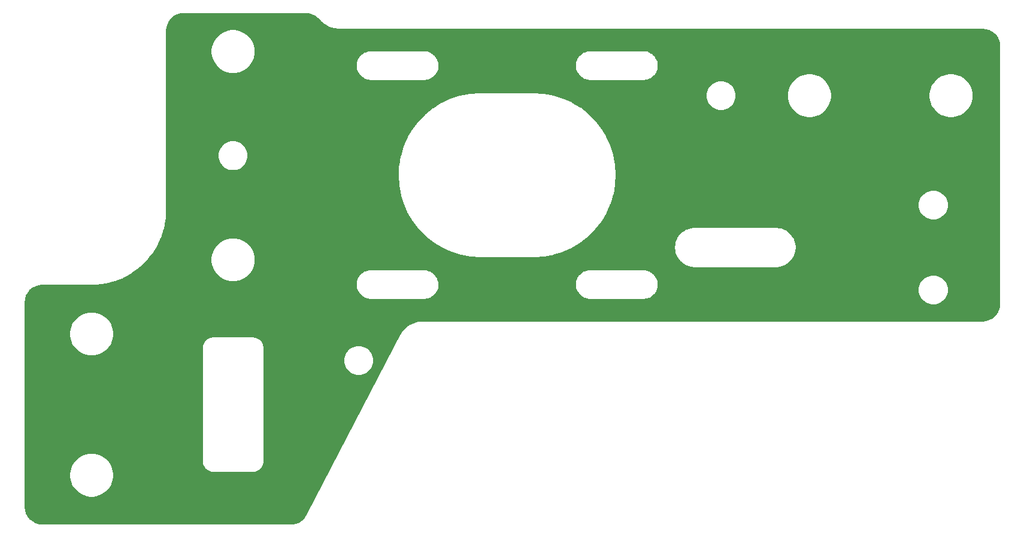
<source format=gbl>
G04 #@! TF.GenerationSoftware,KiCad,Pcbnew,5.1.9+dfsg1-1+deb11u1*
G04 #@! TF.CreationDate,2023-07-29T00:23:23+09:00*
G04 #@! TF.ProjectId,back-motor-mount,6261636b-2d6d-46f7-946f-722d6d6f756e,rev?*
G04 #@! TF.SameCoordinates,Original*
G04 #@! TF.FileFunction,Copper,L2,Bot*
G04 #@! TF.FilePolarity,Positive*
%FSLAX46Y46*%
G04 Gerber Fmt 4.6, Leading zero omitted, Abs format (unit mm)*
G04 Created by KiCad (PCBNEW 5.1.9+dfsg1-1+deb11u1) date 2023-07-29 00:23:23*
%MOMM*%
%LPD*%
G01*
G04 APERTURE LIST*
G04 #@! TA.AperFunction,NonConductor*
%ADD10C,0.254000*%
G04 #@! TD*
G04 #@! TA.AperFunction,NonConductor*
%ADD11C,0.100000*%
G04 #@! TD*
G04 APERTURE END LIST*
D10*
X125718693Y-66457670D02*
X126155298Y-66589489D01*
X126557985Y-66803600D01*
X126935574Y-67111554D01*
X127408934Y-67584915D01*
X127412809Y-67588830D01*
X127420226Y-67596222D01*
X127420309Y-67596290D01*
X127434933Y-67610914D01*
X127455413Y-67627721D01*
X127461857Y-67634302D01*
X127468957Y-67640176D01*
X127922686Y-68010228D01*
X127972479Y-68043310D01*
X128021868Y-68077128D01*
X128029974Y-68081510D01*
X128546937Y-68356385D01*
X128602264Y-68379189D01*
X128657224Y-68402745D01*
X128666028Y-68405470D01*
X129226537Y-68574697D01*
X129285217Y-68586316D01*
X129343727Y-68598753D01*
X129352892Y-68599716D01*
X129935594Y-68656851D01*
X129935608Y-68656851D01*
X129967581Y-68660000D01*
X220975121Y-68660000D01*
X221461293Y-68707670D01*
X221897898Y-68839489D01*
X222300585Y-69053600D01*
X222654012Y-69341848D01*
X222944727Y-69693261D01*
X223161642Y-70094439D01*
X223296506Y-70530113D01*
X223347400Y-71014344D01*
X223347401Y-107467711D01*
X223299730Y-107953894D01*
X223167912Y-108390497D01*
X222953799Y-108793186D01*
X222665550Y-109146613D01*
X222314139Y-109437327D01*
X221912964Y-109654240D01*
X221477286Y-109789106D01*
X220993064Y-109840000D01*
X141793581Y-109840000D01*
X141775091Y-109841821D01*
X141452037Y-109860015D01*
X141406388Y-109867101D01*
X141360422Y-109871646D01*
X141351397Y-109873506D01*
X140778793Y-109995708D01*
X140721784Y-110013844D01*
X140664538Y-110031179D01*
X140656046Y-110034757D01*
X140118084Y-110265850D01*
X140065664Y-110294724D01*
X140012893Y-110322838D01*
X140005258Y-110327997D01*
X139522428Y-110659180D01*
X139476637Y-110697667D01*
X139430310Y-110735514D01*
X139423823Y-110742058D01*
X139014514Y-111160716D01*
X138977059Y-111207379D01*
X138938977Y-111253489D01*
X138933884Y-111261169D01*
X138649402Y-111696682D01*
X138649369Y-111696715D01*
X138596049Y-111778265D01*
X125278578Y-137303420D01*
X125011190Y-137712767D01*
X124692361Y-138038883D01*
X124316268Y-138296855D01*
X123897221Y-138476868D01*
X123437713Y-138574934D01*
X123170222Y-138590000D01*
X88039679Y-138590000D01*
X87553506Y-138542330D01*
X87116903Y-138410512D01*
X86714214Y-138196399D01*
X86360787Y-137908150D01*
X86070073Y-137556739D01*
X85853160Y-137155564D01*
X85718294Y-136719886D01*
X85667400Y-136235664D01*
X85667400Y-131438305D01*
X91842713Y-131438305D01*
X91842713Y-132061695D01*
X91964330Y-132673105D01*
X92202890Y-133249042D01*
X92549227Y-133767371D01*
X92990029Y-134208173D01*
X93508358Y-134554510D01*
X94084295Y-134793070D01*
X94695705Y-134914687D01*
X95319095Y-134914687D01*
X95930505Y-134793070D01*
X96506442Y-134554510D01*
X97024771Y-134208173D01*
X97465573Y-133767371D01*
X97811910Y-133249042D01*
X98050470Y-132673105D01*
X98172087Y-132061695D01*
X98172087Y-131438305D01*
X98050470Y-130826895D01*
X97811910Y-130250958D01*
X97465573Y-129732629D01*
X97024771Y-129291827D01*
X96506442Y-128945490D01*
X95930505Y-128706930D01*
X95319095Y-128585313D01*
X94695705Y-128585313D01*
X94084295Y-128706930D01*
X93508358Y-128945490D01*
X92990029Y-129291827D01*
X92549227Y-129732629D01*
X92202890Y-130250958D01*
X91964330Y-130826895D01*
X91842713Y-131438305D01*
X85667400Y-131438305D01*
X85667400Y-111438305D01*
X91842713Y-111438305D01*
X91842713Y-112061695D01*
X91964330Y-112673105D01*
X92202890Y-113249042D01*
X92549227Y-113767371D01*
X92990029Y-114208173D01*
X93508358Y-114554510D01*
X94084295Y-114793070D01*
X94695705Y-114914687D01*
X95319095Y-114914687D01*
X95930505Y-114793070D01*
X96506442Y-114554510D01*
X97024771Y-114208173D01*
X97465573Y-113767371D01*
X97498841Y-113717582D01*
X110597400Y-113717582D01*
X110597401Y-129782419D01*
X110600183Y-129810664D01*
X110600140Y-129816801D01*
X110601040Y-129825972D01*
X110621441Y-130020069D01*
X110633468Y-130078658D01*
X110644677Y-130137423D01*
X110647341Y-130146245D01*
X110705053Y-130332683D01*
X110728238Y-130387838D01*
X110750642Y-130443291D01*
X110754968Y-130451427D01*
X110847793Y-130623104D01*
X110881246Y-130672699D01*
X110914000Y-130722753D01*
X110919824Y-130729894D01*
X111044228Y-130880272D01*
X111086663Y-130922411D01*
X111128526Y-130965161D01*
X111135627Y-130971034D01*
X111286869Y-131094384D01*
X111336677Y-131127477D01*
X111386051Y-131161284D01*
X111394157Y-131165667D01*
X111566480Y-131257292D01*
X111621792Y-131280090D01*
X111676766Y-131303652D01*
X111685569Y-131306377D01*
X111872406Y-131362786D01*
X111931086Y-131374405D01*
X111989596Y-131386842D01*
X111998761Y-131387805D01*
X112192994Y-131406850D01*
X112192998Y-131406850D01*
X112224981Y-131410000D01*
X117789819Y-131410000D01*
X117818074Y-131407217D01*
X117824201Y-131407260D01*
X117833372Y-131406360D01*
X118027469Y-131385959D01*
X118086058Y-131373932D01*
X118144823Y-131362723D01*
X118153645Y-131360059D01*
X118340083Y-131302347D01*
X118395238Y-131279162D01*
X118450691Y-131256758D01*
X118458827Y-131252432D01*
X118630504Y-131159607D01*
X118680099Y-131126154D01*
X118730153Y-131093400D01*
X118737294Y-131087576D01*
X118887672Y-130963172D01*
X118929811Y-130920737D01*
X118972561Y-130878874D01*
X118978434Y-130871773D01*
X119101784Y-130720531D01*
X119134877Y-130670723D01*
X119168684Y-130621349D01*
X119173067Y-130613243D01*
X119264692Y-130440920D01*
X119287490Y-130385608D01*
X119311052Y-130330634D01*
X119313777Y-130321831D01*
X119370186Y-130134994D01*
X119381805Y-130076314D01*
X119394242Y-130017804D01*
X119395205Y-130008639D01*
X119414250Y-129814406D01*
X119414250Y-129814402D01*
X119417400Y-129782419D01*
X119417400Y-115286323D01*
X130587897Y-115286323D01*
X130587897Y-115713677D01*
X130671270Y-116132821D01*
X130834812Y-116527645D01*
X131072237Y-116882977D01*
X131374423Y-117185163D01*
X131729755Y-117422588D01*
X132124579Y-117586130D01*
X132543723Y-117669503D01*
X132971077Y-117669503D01*
X133390221Y-117586130D01*
X133785045Y-117422588D01*
X134140377Y-117185163D01*
X134442563Y-116882977D01*
X134679988Y-116527645D01*
X134843530Y-116132821D01*
X134926903Y-115713677D01*
X134926903Y-115286323D01*
X134843530Y-114867179D01*
X134679988Y-114472355D01*
X134442563Y-114117023D01*
X134140377Y-113814837D01*
X133785045Y-113577412D01*
X133390221Y-113413870D01*
X132971077Y-113330497D01*
X132543723Y-113330497D01*
X132124579Y-113413870D01*
X131729755Y-113577412D01*
X131374423Y-113814837D01*
X131072237Y-114117023D01*
X130834812Y-114472355D01*
X130671270Y-114867179D01*
X130587897Y-115286323D01*
X119417400Y-115286323D01*
X119417400Y-113717581D01*
X119414617Y-113689326D01*
X119414660Y-113683199D01*
X119413760Y-113674028D01*
X119393359Y-113479931D01*
X119381334Y-113421348D01*
X119370123Y-113362577D01*
X119367459Y-113353755D01*
X119309747Y-113167317D01*
X119286562Y-113112162D01*
X119264158Y-113056709D01*
X119259832Y-113048573D01*
X119167007Y-112876896D01*
X119133539Y-112827278D01*
X119100800Y-112777247D01*
X119094976Y-112770106D01*
X118970572Y-112619728D01*
X118928137Y-112577589D01*
X118886274Y-112534839D01*
X118879173Y-112528966D01*
X118727931Y-112405616D01*
X118678138Y-112372534D01*
X118628749Y-112338716D01*
X118620643Y-112334333D01*
X118448321Y-112242708D01*
X118393006Y-112219909D01*
X118338034Y-112196348D01*
X118329231Y-112193623D01*
X118142395Y-112137214D01*
X118083707Y-112125594D01*
X118025204Y-112113158D01*
X118016039Y-112112195D01*
X117821805Y-112093150D01*
X117821802Y-112093150D01*
X117789819Y-112090000D01*
X112224981Y-112090000D01*
X112196726Y-112092783D01*
X112190599Y-112092740D01*
X112181428Y-112093640D01*
X111987331Y-112114041D01*
X111928748Y-112126066D01*
X111869977Y-112137277D01*
X111861155Y-112139941D01*
X111674717Y-112197653D01*
X111619562Y-112220838D01*
X111564109Y-112243242D01*
X111555973Y-112247568D01*
X111384296Y-112340393D01*
X111334678Y-112373861D01*
X111284647Y-112406600D01*
X111277506Y-112412424D01*
X111127128Y-112536828D01*
X111084989Y-112579263D01*
X111042239Y-112621126D01*
X111036366Y-112628227D01*
X110913016Y-112779469D01*
X110879934Y-112829262D01*
X110846116Y-112878651D01*
X110841733Y-112886757D01*
X110750108Y-113059079D01*
X110727309Y-113114394D01*
X110703748Y-113169366D01*
X110701023Y-113178169D01*
X110644614Y-113365005D01*
X110632994Y-113423693D01*
X110620558Y-113482196D01*
X110619595Y-113491361D01*
X110600550Y-113685595D01*
X110597400Y-113717582D01*
X97498841Y-113717582D01*
X97811910Y-113249042D01*
X98050470Y-112673105D01*
X98172087Y-112061695D01*
X98172087Y-111438305D01*
X98050470Y-110826895D01*
X97811910Y-110250958D01*
X97465573Y-109732629D01*
X97024771Y-109291827D01*
X96506442Y-108945490D01*
X95930505Y-108706930D01*
X95319095Y-108585313D01*
X94695705Y-108585313D01*
X94084295Y-108706930D01*
X93508358Y-108945490D01*
X92990029Y-109291827D01*
X92549227Y-109732629D01*
X92202890Y-110250958D01*
X91964330Y-110826895D01*
X91842713Y-111438305D01*
X85667400Y-111438305D01*
X85667400Y-107282279D01*
X85715070Y-106796107D01*
X85846889Y-106359502D01*
X86061000Y-105956815D01*
X86349248Y-105603388D01*
X86700661Y-105312673D01*
X87101839Y-105095758D01*
X87537513Y-104960894D01*
X88021744Y-104910000D01*
X95039819Y-104910000D01*
X95050157Y-104908982D01*
X95656036Y-104889941D01*
X95686988Y-104887016D01*
X95718025Y-104885063D01*
X96963931Y-104727669D01*
X96963933Y-104727669D01*
X97045349Y-104712138D01*
X97090068Y-104700656D01*
X132350153Y-104700656D01*
X132350571Y-104760472D01*
X132350153Y-104820288D01*
X132351052Y-104829460D01*
X132381652Y-105120605D01*
X132393683Y-105179217D01*
X132404889Y-105237963D01*
X132407553Y-105246784D01*
X132494121Y-105526440D01*
X132517299Y-105581578D01*
X132539711Y-105637050D01*
X132544038Y-105645186D01*
X132683277Y-105902702D01*
X132716704Y-105952259D01*
X132749480Y-106002347D01*
X132755305Y-106009488D01*
X132941910Y-106235056D01*
X132984365Y-106277215D01*
X133026209Y-106319945D01*
X133033309Y-106325819D01*
X133260173Y-106510845D01*
X133309966Y-106543927D01*
X133359355Y-106577745D01*
X133367461Y-106582127D01*
X133625942Y-106719564D01*
X133681236Y-106742355D01*
X133736229Y-106765925D01*
X133745032Y-106768650D01*
X134025287Y-106853264D01*
X134083964Y-106864882D01*
X134142479Y-106877320D01*
X134151642Y-106878283D01*
X134151644Y-106878283D01*
X134442996Y-106906850D01*
X134442998Y-106906850D01*
X134474981Y-106910000D01*
X142039819Y-106910000D01*
X142073284Y-106906704D01*
X142092749Y-106906704D01*
X142101914Y-106905741D01*
X142392838Y-106873108D01*
X142451341Y-106860672D01*
X142510029Y-106849052D01*
X142518832Y-106846327D01*
X142797876Y-106757809D01*
X142852812Y-106734263D01*
X142908164Y-106711449D01*
X142916270Y-106707065D01*
X143172808Y-106566032D01*
X143222153Y-106532245D01*
X143271991Y-106499133D01*
X143279091Y-106493259D01*
X143503349Y-106305084D01*
X143545193Y-106262354D01*
X143587648Y-106220195D01*
X143593472Y-106213053D01*
X143776909Y-105984903D01*
X143809651Y-105934869D01*
X143843114Y-105885258D01*
X143847440Y-105877122D01*
X143983070Y-105617687D01*
X144005482Y-105562215D01*
X144028660Y-105507077D01*
X144031323Y-105498255D01*
X144113978Y-105217417D01*
X144125185Y-105158669D01*
X144137216Y-105100059D01*
X144138115Y-105090888D01*
X144164647Y-104799344D01*
X144164229Y-104739528D01*
X144164500Y-104700656D01*
X163350153Y-104700656D01*
X163350571Y-104760472D01*
X163350153Y-104820288D01*
X163351052Y-104829460D01*
X163381652Y-105120605D01*
X163393683Y-105179217D01*
X163404889Y-105237963D01*
X163407553Y-105246784D01*
X163494121Y-105526440D01*
X163517299Y-105581578D01*
X163539711Y-105637050D01*
X163544038Y-105645186D01*
X163683277Y-105902702D01*
X163716704Y-105952259D01*
X163749480Y-106002347D01*
X163755305Y-106009488D01*
X163941910Y-106235056D01*
X163984365Y-106277215D01*
X164026209Y-106319945D01*
X164033309Y-106325819D01*
X164260173Y-106510845D01*
X164309966Y-106543927D01*
X164359355Y-106577745D01*
X164367461Y-106582127D01*
X164625942Y-106719564D01*
X164681236Y-106742355D01*
X164736229Y-106765925D01*
X164745032Y-106768650D01*
X165025287Y-106853264D01*
X165083964Y-106864882D01*
X165142479Y-106877320D01*
X165151642Y-106878283D01*
X165151644Y-106878283D01*
X165442996Y-106906850D01*
X165442998Y-106906850D01*
X165474981Y-106910000D01*
X173039819Y-106910000D01*
X173073284Y-106906704D01*
X173092749Y-106906704D01*
X173101914Y-106905741D01*
X173392838Y-106873108D01*
X173451341Y-106860672D01*
X173510029Y-106849052D01*
X173518832Y-106846327D01*
X173797876Y-106757809D01*
X173852812Y-106734263D01*
X173908164Y-106711449D01*
X173916270Y-106707065D01*
X174172808Y-106566032D01*
X174222153Y-106532245D01*
X174271991Y-106499133D01*
X174279091Y-106493259D01*
X174503349Y-106305084D01*
X174545193Y-106262354D01*
X174587648Y-106220195D01*
X174593472Y-106213053D01*
X174776909Y-105984903D01*
X174809651Y-105934869D01*
X174843114Y-105885258D01*
X174847440Y-105877122D01*
X174983070Y-105617687D01*
X175005482Y-105562215D01*
X175028660Y-105507077D01*
X175031323Y-105498255D01*
X175093697Y-105286323D01*
X211837897Y-105286323D01*
X211837897Y-105713677D01*
X211921270Y-106132821D01*
X212084812Y-106527645D01*
X212322237Y-106882977D01*
X212624423Y-107185163D01*
X212979755Y-107422588D01*
X213374579Y-107586130D01*
X213793723Y-107669503D01*
X214221077Y-107669503D01*
X214640221Y-107586130D01*
X215035045Y-107422588D01*
X215390377Y-107185163D01*
X215692563Y-106882977D01*
X215929988Y-106527645D01*
X216093530Y-106132821D01*
X216176903Y-105713677D01*
X216176903Y-105286323D01*
X216093530Y-104867179D01*
X215929988Y-104472355D01*
X215692563Y-104117023D01*
X215390377Y-103814837D01*
X215035045Y-103577412D01*
X214640221Y-103413870D01*
X214221077Y-103330497D01*
X213793723Y-103330497D01*
X213374579Y-103413870D01*
X212979755Y-103577412D01*
X212624423Y-103814837D01*
X212322237Y-104117023D01*
X212084812Y-104472355D01*
X211921270Y-104867179D01*
X211837897Y-105286323D01*
X175093697Y-105286323D01*
X175113978Y-105217417D01*
X175125185Y-105158669D01*
X175137216Y-105100059D01*
X175138115Y-105090888D01*
X175164647Y-104799344D01*
X175164229Y-104739528D01*
X175164647Y-104679712D01*
X175163748Y-104670541D01*
X175133148Y-104379395D01*
X175121110Y-104320753D01*
X175109910Y-104262037D01*
X175107247Y-104253216D01*
X175020679Y-103973560D01*
X174997501Y-103918422D01*
X174975089Y-103862950D01*
X174970762Y-103854814D01*
X174831523Y-103597298D01*
X174798101Y-103547749D01*
X174765320Y-103497653D01*
X174759495Y-103490512D01*
X174572890Y-103264945D01*
X174530454Y-103222804D01*
X174488591Y-103180055D01*
X174481491Y-103174181D01*
X174254627Y-102989155D01*
X174204808Y-102956055D01*
X174155445Y-102922256D01*
X174147339Y-102917873D01*
X173888858Y-102780436D01*
X173833564Y-102757645D01*
X173778571Y-102734075D01*
X173769768Y-102731350D01*
X173489514Y-102646736D01*
X173430829Y-102635116D01*
X173372321Y-102622680D01*
X173363158Y-102621717D01*
X173363156Y-102621717D01*
X173071804Y-102593150D01*
X173071802Y-102593150D01*
X173039819Y-102590000D01*
X165474981Y-102590000D01*
X165441516Y-102593296D01*
X165422051Y-102593296D01*
X165412886Y-102594259D01*
X165121961Y-102626892D01*
X165063444Y-102639331D01*
X165004771Y-102650948D01*
X164995968Y-102653673D01*
X164716923Y-102742191D01*
X164661988Y-102765737D01*
X164606635Y-102788551D01*
X164598529Y-102792935D01*
X164341992Y-102933968D01*
X164292647Y-102967755D01*
X164242809Y-103000867D01*
X164235709Y-103006741D01*
X164011451Y-103194916D01*
X163969607Y-103237646D01*
X163927151Y-103279806D01*
X163921327Y-103286947D01*
X163737891Y-103515097D01*
X163705144Y-103565139D01*
X163671686Y-103614742D01*
X163667360Y-103622879D01*
X163531730Y-103882313D01*
X163509318Y-103937785D01*
X163486140Y-103992923D01*
X163483477Y-104001745D01*
X163400822Y-104282583D01*
X163389624Y-104341284D01*
X163377584Y-104399940D01*
X163376685Y-104409112D01*
X163350153Y-104700656D01*
X144164500Y-104700656D01*
X144164647Y-104679712D01*
X144163748Y-104670541D01*
X144133148Y-104379395D01*
X144121110Y-104320753D01*
X144109910Y-104262037D01*
X144107247Y-104253216D01*
X144020679Y-103973560D01*
X143997501Y-103918422D01*
X143975089Y-103862950D01*
X143970762Y-103854814D01*
X143831523Y-103597298D01*
X143798101Y-103547749D01*
X143765320Y-103497653D01*
X143759495Y-103490512D01*
X143572890Y-103264945D01*
X143530454Y-103222804D01*
X143488591Y-103180055D01*
X143481491Y-103174181D01*
X143254627Y-102989155D01*
X143204808Y-102956055D01*
X143155445Y-102922256D01*
X143147339Y-102917873D01*
X142888858Y-102780436D01*
X142833564Y-102757645D01*
X142778571Y-102734075D01*
X142769768Y-102731350D01*
X142489514Y-102646736D01*
X142430829Y-102635116D01*
X142372321Y-102622680D01*
X142363158Y-102621717D01*
X142363156Y-102621717D01*
X142071804Y-102593150D01*
X142071802Y-102593150D01*
X142039819Y-102590000D01*
X134474981Y-102590000D01*
X134441516Y-102593296D01*
X134422051Y-102593296D01*
X134412886Y-102594259D01*
X134121961Y-102626892D01*
X134063444Y-102639331D01*
X134004771Y-102650948D01*
X133995968Y-102653673D01*
X133716923Y-102742191D01*
X133661988Y-102765737D01*
X133606635Y-102788551D01*
X133598529Y-102792935D01*
X133341992Y-102933968D01*
X133292647Y-102967755D01*
X133242809Y-103000867D01*
X133235709Y-103006741D01*
X133011451Y-103194916D01*
X132969607Y-103237646D01*
X132927151Y-103279806D01*
X132921327Y-103286947D01*
X132737891Y-103515097D01*
X132705144Y-103565139D01*
X132671686Y-103614742D01*
X132667360Y-103622879D01*
X132531730Y-103882313D01*
X132509318Y-103937785D01*
X132486140Y-103992923D01*
X132483477Y-104001745D01*
X132400822Y-104282583D01*
X132389624Y-104341284D01*
X132377584Y-104399940D01*
X132376685Y-104409112D01*
X132350153Y-104700656D01*
X97090068Y-104700656D01*
X98261706Y-104399830D01*
X98340533Y-104374218D01*
X98340538Y-104374216D01*
X99508150Y-103911926D01*
X99508156Y-103911924D01*
X99545961Y-103894134D01*
X99583150Y-103876634D01*
X99583155Y-103876631D01*
X100683613Y-103271648D01*
X100683626Y-103271642D01*
X100726437Y-103244472D01*
X100753607Y-103227230D01*
X100753614Y-103227224D01*
X101769579Y-102489083D01*
X101833442Y-102436251D01*
X101833449Y-102436243D01*
X102748878Y-101576598D01*
X102748887Y-101576591D01*
X102805625Y-101516171D01*
X103283677Y-100938305D01*
X111842713Y-100938305D01*
X111842713Y-101561695D01*
X111964330Y-102173105D01*
X112202890Y-102749042D01*
X112549227Y-103267371D01*
X112990029Y-103708173D01*
X113508358Y-104054510D01*
X114084295Y-104293070D01*
X114695705Y-104414687D01*
X115319095Y-104414687D01*
X115930505Y-104293070D01*
X116506442Y-104054510D01*
X117024771Y-103708173D01*
X117465573Y-103267371D01*
X117811910Y-102749042D01*
X118050470Y-102173105D01*
X118172087Y-101561695D01*
X118172087Y-100938305D01*
X118050470Y-100326895D01*
X117811910Y-99750958D01*
X117465573Y-99232629D01*
X117024771Y-98791827D01*
X116506442Y-98445490D01*
X115930505Y-98206930D01*
X115319095Y-98085313D01*
X114695705Y-98085313D01*
X114084295Y-98206930D01*
X113508358Y-98445490D01*
X112990029Y-98791827D01*
X112549227Y-99232629D01*
X112202890Y-99750958D01*
X111964330Y-100326895D01*
X111842713Y-100938305D01*
X103283677Y-100938305D01*
X103606101Y-100548562D01*
X103606109Y-100548553D01*
X103654826Y-100481499D01*
X104327719Y-99421190D01*
X104327724Y-99421183D01*
X104367653Y-99348551D01*
X104902351Y-98212261D01*
X104932863Y-98135197D01*
X104932867Y-98135182D01*
X105320924Y-96940864D01*
X105320930Y-96940850D01*
X105341542Y-96860570D01*
X105576857Y-95627003D01*
X105581500Y-95590248D01*
X105587245Y-95544774D01*
X105665367Y-94303060D01*
X105667400Y-94282419D01*
X105667400Y-89271721D01*
X138273549Y-89271721D01*
X138273739Y-89307988D01*
X138273549Y-89344256D01*
X138273965Y-89351154D01*
X138361143Y-90681232D01*
X138365687Y-90717198D01*
X138369857Y-90753241D01*
X138371099Y-90760040D01*
X138617436Y-92070009D01*
X138626264Y-92105157D01*
X138634738Y-92140451D01*
X138636787Y-92147051D01*
X139038717Y-93417941D01*
X139051708Y-93451783D01*
X139064356Y-93485792D01*
X139067184Y-93492098D01*
X139618883Y-94705497D01*
X139635848Y-94737538D01*
X139652488Y-94769777D01*
X139656053Y-94775698D01*
X140349530Y-95914028D01*
X140370227Y-95943808D01*
X140390613Y-95973805D01*
X140394855Y-95979243D01*
X140394863Y-95979255D01*
X140394872Y-95979265D01*
X141220072Y-97026028D01*
X141244222Y-97053133D01*
X141268041Y-97080437D01*
X141272915Y-97085337D01*
X142217904Y-98025390D01*
X142245062Y-98049333D01*
X142272061Y-98073643D01*
X142277488Y-98077921D01*
X143328569Y-98897640D01*
X143358471Y-98918191D01*
X143388130Y-98939036D01*
X143394032Y-98942632D01*
X144535977Y-99630139D01*
X144568125Y-99646945D01*
X144600081Y-99664080D01*
X144606372Y-99666940D01*
X145822642Y-100212278D01*
X145856563Y-100225096D01*
X145890359Y-100238272D01*
X145896943Y-100240354D01*
X145896948Y-100240356D01*
X145896953Y-100240357D01*
X147169925Y-100635625D01*
X147205128Y-100644272D01*
X147240274Y-100653296D01*
X147247066Y-100654573D01*
X148558309Y-100894049D01*
X148594306Y-100898405D01*
X148630272Y-100903140D01*
X148637168Y-100903592D01*
X149955192Y-100983051D01*
X149974981Y-100985000D01*
X157539819Y-100985000D01*
X157541541Y-100984830D01*
X157626830Y-100984384D01*
X157644941Y-100983197D01*
X157663093Y-100983197D01*
X157669989Y-100982745D01*
X158999592Y-100888604D01*
X159035569Y-100883868D01*
X159071554Y-100879513D01*
X159078344Y-100878236D01*
X159078347Y-100878236D01*
X159078350Y-100878235D01*
X160387009Y-100625043D01*
X160422133Y-100616024D01*
X160457359Y-100607372D01*
X160463949Y-100605288D01*
X161732715Y-100196709D01*
X161766481Y-100183544D01*
X161800431Y-100170715D01*
X161806722Y-100167855D01*
X163017215Y-99609810D01*
X163049171Y-99592676D01*
X163081319Y-99575869D01*
X163087221Y-99572274D01*
X163276030Y-99455890D01*
X177350171Y-99455890D01*
X177350589Y-99515708D01*
X177350171Y-99575526D01*
X177351071Y-99584697D01*
X177396972Y-100021414D01*
X177408993Y-100079977D01*
X177420208Y-100138770D01*
X177422872Y-100147592D01*
X177552724Y-100567077D01*
X177575909Y-100622232D01*
X177598313Y-100677685D01*
X177602638Y-100685817D01*
X177602640Y-100685822D01*
X177602643Y-100685826D01*
X177811497Y-101072095D01*
X177844945Y-101121685D01*
X177877702Y-101171743D01*
X177883521Y-101178877D01*
X177883526Y-101178884D01*
X177883532Y-101178890D01*
X178163435Y-101517234D01*
X178205870Y-101559374D01*
X178247733Y-101602123D01*
X178254833Y-101607997D01*
X178595129Y-101885536D01*
X178644922Y-101918618D01*
X178694311Y-101952436D01*
X178702418Y-101956818D01*
X179090140Y-102162974D01*
X179145446Y-102185769D01*
X179200429Y-102209335D01*
X179209232Y-102212060D01*
X179629613Y-102338980D01*
X179688286Y-102350597D01*
X179746803Y-102363036D01*
X179755968Y-102363999D01*
X180192995Y-102406850D01*
X180192998Y-102406850D01*
X180224981Y-102410000D01*
X191789819Y-102410000D01*
X191792113Y-102409774D01*
X191793416Y-102409765D01*
X191811476Y-102407867D01*
X191824025Y-102406631D01*
X191853220Y-102406631D01*
X191862385Y-102405668D01*
X192298771Y-102356719D01*
X192357288Y-102344280D01*
X192415961Y-102332663D01*
X192424764Y-102329938D01*
X192843332Y-102197161D01*
X192898315Y-102173595D01*
X192953621Y-102150800D01*
X192961727Y-102146417D01*
X193346534Y-101934867D01*
X193395873Y-101901084D01*
X193445715Y-101867969D01*
X193452815Y-101862095D01*
X193789203Y-101579833D01*
X193831048Y-101537103D01*
X193873504Y-101494942D01*
X193879328Y-101487801D01*
X194154484Y-101145574D01*
X194187243Y-101095513D01*
X194220688Y-101045929D01*
X194225014Y-101037793D01*
X194428458Y-100648640D01*
X194450864Y-100593182D01*
X194474048Y-100538031D01*
X194476711Y-100529209D01*
X194600694Y-100107952D01*
X194611906Y-100049178D01*
X194623931Y-99990597D01*
X194624830Y-99981426D01*
X194664629Y-99544110D01*
X194664211Y-99484292D01*
X194664629Y-99424475D01*
X194663729Y-99415303D01*
X194617828Y-98978586D01*
X194605807Y-98920023D01*
X194594592Y-98861230D01*
X194591928Y-98852408D01*
X194462076Y-98432923D01*
X194438891Y-98377768D01*
X194416487Y-98322315D01*
X194412161Y-98314179D01*
X194203303Y-97927905D01*
X194169875Y-97878346D01*
X194137098Y-97828257D01*
X194131273Y-97821116D01*
X193851365Y-97482766D01*
X193808949Y-97440645D01*
X193767067Y-97397876D01*
X193759966Y-97392003D01*
X193419671Y-97114464D01*
X193369844Y-97081359D01*
X193320488Y-97047564D01*
X193312382Y-97043181D01*
X192924659Y-96837026D01*
X192869353Y-96814230D01*
X192814372Y-96790665D01*
X192805572Y-96787941D01*
X192805566Y-96787939D01*
X192385187Y-96661020D01*
X192326507Y-96649401D01*
X192267997Y-96636964D01*
X192258832Y-96636001D01*
X191821805Y-96593150D01*
X191821802Y-96593150D01*
X191789819Y-96590000D01*
X180224981Y-96590000D01*
X180222687Y-96590226D01*
X180221384Y-96590235D01*
X180203324Y-96592133D01*
X180190775Y-96593369D01*
X180161580Y-96593369D01*
X180152415Y-96594332D01*
X179716029Y-96643281D01*
X179657512Y-96655720D01*
X179598839Y-96667337D01*
X179590036Y-96670062D01*
X179171468Y-96802839D01*
X179116485Y-96826405D01*
X179061179Y-96849200D01*
X179053073Y-96853583D01*
X178668266Y-97065133D01*
X178618936Y-97098910D01*
X178569086Y-97132030D01*
X178561985Y-97137905D01*
X178225597Y-97420167D01*
X178183753Y-97462897D01*
X178141297Y-97505057D01*
X178135473Y-97512199D01*
X177860316Y-97854425D01*
X177827557Y-97904486D01*
X177794112Y-97954070D01*
X177789786Y-97962207D01*
X177586342Y-98351359D01*
X177563930Y-98406831D01*
X177540752Y-98461969D01*
X177538089Y-98470791D01*
X177414107Y-98892048D01*
X177402907Y-98950760D01*
X177390869Y-99009403D01*
X177389970Y-99018575D01*
X177350171Y-99455890D01*
X163276030Y-99455890D01*
X164221904Y-98872846D01*
X164251574Y-98851993D01*
X164281466Y-98831449D01*
X164286893Y-98827171D01*
X165329331Y-97996492D01*
X165356255Y-97972250D01*
X165383488Y-97948240D01*
X165388362Y-97943340D01*
X166323456Y-96993442D01*
X166347276Y-96966136D01*
X166371425Y-96939032D01*
X166375675Y-96933583D01*
X167189877Y-95878225D01*
X167210245Y-95848253D01*
X167230961Y-95818448D01*
X167234525Y-95812527D01*
X167916044Y-94666998D01*
X167932687Y-94634754D01*
X167949649Y-94602717D01*
X167952477Y-94596411D01*
X168491439Y-93377301D01*
X168504087Y-93343292D01*
X168517078Y-93309450D01*
X168519124Y-93302860D01*
X168519128Y-93302849D01*
X168519131Y-93302838D01*
X168524164Y-93286323D01*
X211837897Y-93286323D01*
X211837897Y-93713677D01*
X211921270Y-94132821D01*
X212084812Y-94527645D01*
X212322237Y-94882977D01*
X212624423Y-95185163D01*
X212979755Y-95422588D01*
X213374579Y-95586130D01*
X213793723Y-95669503D01*
X214221077Y-95669503D01*
X214640221Y-95586130D01*
X215035045Y-95422588D01*
X215390377Y-95185163D01*
X215692563Y-94882977D01*
X215929988Y-94527645D01*
X216093530Y-94132821D01*
X216176903Y-93713677D01*
X216176903Y-93286323D01*
X216093530Y-92867179D01*
X215929988Y-92472355D01*
X215692563Y-92117023D01*
X215390377Y-91814837D01*
X215035045Y-91577412D01*
X214640221Y-91413870D01*
X214221077Y-91330497D01*
X213793723Y-91330497D01*
X213374579Y-91413870D01*
X212979755Y-91577412D01*
X212624423Y-91814837D01*
X212322237Y-92117023D01*
X212084812Y-92472355D01*
X211921270Y-92867179D01*
X211837897Y-93286323D01*
X168524164Y-93286323D01*
X168907726Y-92027822D01*
X168916197Y-91992539D01*
X168925028Y-91957380D01*
X168926270Y-91950582D01*
X169158876Y-90638103D01*
X169163041Y-90602110D01*
X169167590Y-90566095D01*
X169168006Y-90559196D01*
X169241251Y-89228279D01*
X169241061Y-89192012D01*
X169241251Y-89155745D01*
X169240835Y-89148846D01*
X169153657Y-87818768D01*
X169149114Y-87782807D01*
X169144943Y-87746759D01*
X169143701Y-87739960D01*
X168897364Y-86429990D01*
X168888530Y-86394820D01*
X168880062Y-86359549D01*
X168878013Y-86352949D01*
X168476083Y-85082060D01*
X168463099Y-85048235D01*
X168450444Y-85014208D01*
X168447616Y-85007902D01*
X167895917Y-83794504D01*
X167878955Y-83762467D01*
X167862312Y-83730223D01*
X167858747Y-83724302D01*
X167165270Y-82585972D01*
X167144585Y-82556211D01*
X167124186Y-82526194D01*
X167119936Y-82520745D01*
X166294727Y-81473972D01*
X166270622Y-81446918D01*
X166246759Y-81419563D01*
X166241885Y-81414663D01*
X165296896Y-80474609D01*
X165269709Y-80450641D01*
X165242739Y-80426357D01*
X165237312Y-80422079D01*
X164186232Y-79602361D01*
X164156390Y-79581852D01*
X164126670Y-79560964D01*
X164120768Y-79557369D01*
X162978823Y-78869861D01*
X162946675Y-78853055D01*
X162914719Y-78835920D01*
X162908435Y-78833063D01*
X162908428Y-78833060D01*
X162908422Y-78833058D01*
X161692158Y-78287722D01*
X161658282Y-78274921D01*
X161624441Y-78261727D01*
X161617857Y-78259646D01*
X161617852Y-78259644D01*
X161617847Y-78259643D01*
X160344875Y-77864375D01*
X160309695Y-77855734D01*
X160274527Y-77846704D01*
X160267735Y-77845427D01*
X159944113Y-77786323D01*
X181837897Y-77786323D01*
X181837897Y-78213677D01*
X181921270Y-78632821D01*
X182084812Y-79027645D01*
X182322237Y-79382977D01*
X182624423Y-79685163D01*
X182979755Y-79922588D01*
X183374579Y-80086130D01*
X183793723Y-80169503D01*
X184221077Y-80169503D01*
X184640221Y-80086130D01*
X185035045Y-79922588D01*
X185390377Y-79685163D01*
X185692563Y-79382977D01*
X185929988Y-79027645D01*
X186093530Y-78632821D01*
X186176903Y-78213677D01*
X186176903Y-77786323D01*
X186157406Y-77688305D01*
X193342713Y-77688305D01*
X193342713Y-78311695D01*
X193464330Y-78923105D01*
X193702890Y-79499042D01*
X194049227Y-80017371D01*
X194490029Y-80458173D01*
X195008358Y-80804510D01*
X195584295Y-81043070D01*
X196195705Y-81164687D01*
X196819095Y-81164687D01*
X197430505Y-81043070D01*
X198006442Y-80804510D01*
X198524771Y-80458173D01*
X198965573Y-80017371D01*
X199311910Y-79499042D01*
X199550470Y-78923105D01*
X199672087Y-78311695D01*
X199672087Y-77688305D01*
X213342713Y-77688305D01*
X213342713Y-78311695D01*
X213464330Y-78923105D01*
X213702890Y-79499042D01*
X214049227Y-80017371D01*
X214490029Y-80458173D01*
X215008358Y-80804510D01*
X215584295Y-81043070D01*
X216195705Y-81164687D01*
X216819095Y-81164687D01*
X217430505Y-81043070D01*
X218006442Y-80804510D01*
X218524771Y-80458173D01*
X218965573Y-80017371D01*
X219311910Y-79499042D01*
X219550470Y-78923105D01*
X219672087Y-78311695D01*
X219672087Y-77688305D01*
X219550470Y-77076895D01*
X219311910Y-76500958D01*
X218965573Y-75982629D01*
X218524771Y-75541827D01*
X218006442Y-75195490D01*
X217430505Y-74956930D01*
X216819095Y-74835313D01*
X216195705Y-74835313D01*
X215584295Y-74956930D01*
X215008358Y-75195490D01*
X214490029Y-75541827D01*
X214049227Y-75982629D01*
X213702890Y-76500958D01*
X213464330Y-77076895D01*
X213342713Y-77688305D01*
X199672087Y-77688305D01*
X199550470Y-77076895D01*
X199311910Y-76500958D01*
X198965573Y-75982629D01*
X198524771Y-75541827D01*
X198006442Y-75195490D01*
X197430505Y-74956930D01*
X196819095Y-74835313D01*
X196195705Y-74835313D01*
X195584295Y-74956930D01*
X195008358Y-75195490D01*
X194490029Y-75541827D01*
X194049227Y-75982629D01*
X193702890Y-76500958D01*
X193464330Y-77076895D01*
X193342713Y-77688305D01*
X186157406Y-77688305D01*
X186093530Y-77367179D01*
X185929988Y-76972355D01*
X185692563Y-76617023D01*
X185390377Y-76314837D01*
X185035045Y-76077412D01*
X184640221Y-75913870D01*
X184221077Y-75830497D01*
X183793723Y-75830497D01*
X183374579Y-75913870D01*
X182979755Y-76077412D01*
X182624423Y-76314837D01*
X182322237Y-76617023D01*
X182084812Y-76972355D01*
X181921270Y-77367179D01*
X181837897Y-77786323D01*
X159944113Y-77786323D01*
X158956491Y-77605951D01*
X158920495Y-77601595D01*
X158884529Y-77596860D01*
X158877634Y-77596408D01*
X158877632Y-77596408D01*
X157559608Y-77516949D01*
X157539819Y-77515000D01*
X149974981Y-77515000D01*
X149973259Y-77515170D01*
X149887971Y-77515616D01*
X149869860Y-77516803D01*
X149851708Y-77516803D01*
X149844812Y-77517255D01*
X148515208Y-77611396D01*
X148479248Y-77616130D01*
X148443245Y-77620487D01*
X148436453Y-77621764D01*
X147127791Y-77874957D01*
X147092667Y-77883976D01*
X147057441Y-77892628D01*
X147050852Y-77894712D01*
X145782085Y-78303291D01*
X145748309Y-78316459D01*
X145714370Y-78329284D01*
X145708084Y-78332142D01*
X145708077Y-78332145D01*
X145708071Y-78332148D01*
X144497585Y-78890189D01*
X144465588Y-78907346D01*
X144433481Y-78924131D01*
X144427579Y-78927726D01*
X143292896Y-79627154D01*
X143263261Y-79647982D01*
X143233334Y-79668550D01*
X143227907Y-79672829D01*
X142185469Y-80503508D01*
X142158545Y-80527750D01*
X142131312Y-80551760D01*
X142126438Y-80556660D01*
X141191344Y-81506558D01*
X141167505Y-81533885D01*
X141143375Y-81560968D01*
X141139131Y-81566410D01*
X141139126Y-81566416D01*
X141139125Y-81566418D01*
X140324923Y-82621775D01*
X140304555Y-82651747D01*
X140283839Y-82681552D01*
X140280275Y-82687473D01*
X139598756Y-83833002D01*
X139582123Y-83865228D01*
X139565151Y-83897283D01*
X139562323Y-83903589D01*
X139023361Y-85122698D01*
X139010730Y-85156663D01*
X138997722Y-85190550D01*
X138995673Y-85197151D01*
X138607074Y-86472178D01*
X138598608Y-86507439D01*
X138589772Y-86542619D01*
X138588530Y-86549418D01*
X138355924Y-87861896D01*
X138351759Y-87897896D01*
X138347210Y-87933905D01*
X138346794Y-87940804D01*
X138273549Y-89271721D01*
X105667400Y-89271721D01*
X105667400Y-86286323D01*
X112837897Y-86286323D01*
X112837897Y-86713677D01*
X112921270Y-87132821D01*
X113084812Y-87527645D01*
X113322237Y-87882977D01*
X113624423Y-88185163D01*
X113979755Y-88422588D01*
X114374579Y-88586130D01*
X114793723Y-88669503D01*
X115221077Y-88669503D01*
X115640221Y-88586130D01*
X116035045Y-88422588D01*
X116390377Y-88185163D01*
X116692563Y-87882977D01*
X116929988Y-87527645D01*
X117093530Y-87132821D01*
X117176903Y-86713677D01*
X117176903Y-86286323D01*
X117093530Y-85867179D01*
X116929988Y-85472355D01*
X116692563Y-85117023D01*
X116390377Y-84814837D01*
X116035045Y-84577412D01*
X115640221Y-84413870D01*
X115221077Y-84330497D01*
X114793723Y-84330497D01*
X114374579Y-84413870D01*
X113979755Y-84577412D01*
X113624423Y-84814837D01*
X113322237Y-85117023D01*
X113084812Y-85472355D01*
X112921270Y-85867179D01*
X112837897Y-86286323D01*
X105667400Y-86286323D01*
X105667400Y-71438305D01*
X111842713Y-71438305D01*
X111842713Y-72061695D01*
X111964330Y-72673105D01*
X112202890Y-73249042D01*
X112549227Y-73767371D01*
X112990029Y-74208173D01*
X113508358Y-74554510D01*
X114084295Y-74793070D01*
X114695705Y-74914687D01*
X115319095Y-74914687D01*
X115930505Y-74793070D01*
X116506442Y-74554510D01*
X117024771Y-74208173D01*
X117465573Y-73767371D01*
X117510150Y-73700656D01*
X132350153Y-73700656D01*
X132350571Y-73760472D01*
X132350153Y-73820288D01*
X132351052Y-73829460D01*
X132381652Y-74120605D01*
X132393683Y-74179217D01*
X132404889Y-74237963D01*
X132407553Y-74246784D01*
X132494121Y-74526440D01*
X132517299Y-74581578D01*
X132539711Y-74637050D01*
X132544038Y-74645186D01*
X132683277Y-74902702D01*
X132716704Y-74952259D01*
X132749480Y-75002347D01*
X132755305Y-75009488D01*
X132941910Y-75235056D01*
X132984365Y-75277215D01*
X133026209Y-75319945D01*
X133033309Y-75325819D01*
X133260173Y-75510845D01*
X133309966Y-75543927D01*
X133359355Y-75577745D01*
X133367461Y-75582127D01*
X133625942Y-75719564D01*
X133681236Y-75742355D01*
X133736229Y-75765925D01*
X133745032Y-75768650D01*
X134025287Y-75853264D01*
X134083964Y-75864882D01*
X134142479Y-75877320D01*
X134151642Y-75878283D01*
X134151644Y-75878283D01*
X134442996Y-75906850D01*
X134442998Y-75906850D01*
X134474981Y-75910000D01*
X142039819Y-75910000D01*
X142073284Y-75906704D01*
X142092749Y-75906704D01*
X142101914Y-75905741D01*
X142392838Y-75873108D01*
X142451341Y-75860672D01*
X142510029Y-75849052D01*
X142518832Y-75846327D01*
X142797876Y-75757809D01*
X142852812Y-75734263D01*
X142908164Y-75711449D01*
X142916270Y-75707065D01*
X143172808Y-75566032D01*
X143222153Y-75532245D01*
X143271991Y-75499133D01*
X143279091Y-75493259D01*
X143503349Y-75305084D01*
X143545193Y-75262354D01*
X143587648Y-75220195D01*
X143593472Y-75213053D01*
X143776909Y-74984903D01*
X143809651Y-74934869D01*
X143843114Y-74885258D01*
X143847440Y-74877122D01*
X143983070Y-74617687D01*
X144005482Y-74562215D01*
X144028660Y-74507077D01*
X144031323Y-74498255D01*
X144113978Y-74217417D01*
X144125185Y-74158669D01*
X144137216Y-74100059D01*
X144138115Y-74090888D01*
X144164647Y-73799344D01*
X144164229Y-73739528D01*
X144164500Y-73700656D01*
X163350153Y-73700656D01*
X163350571Y-73760472D01*
X163350153Y-73820288D01*
X163351052Y-73829460D01*
X163381652Y-74120605D01*
X163393683Y-74179217D01*
X163404889Y-74237963D01*
X163407553Y-74246784D01*
X163494121Y-74526440D01*
X163517299Y-74581578D01*
X163539711Y-74637050D01*
X163544038Y-74645186D01*
X163683277Y-74902702D01*
X163716704Y-74952259D01*
X163749480Y-75002347D01*
X163755305Y-75009488D01*
X163941910Y-75235056D01*
X163984365Y-75277215D01*
X164026209Y-75319945D01*
X164033309Y-75325819D01*
X164260173Y-75510845D01*
X164309966Y-75543927D01*
X164359355Y-75577745D01*
X164367461Y-75582127D01*
X164625942Y-75719564D01*
X164681236Y-75742355D01*
X164736229Y-75765925D01*
X164745032Y-75768650D01*
X165025287Y-75853264D01*
X165083964Y-75864882D01*
X165142479Y-75877320D01*
X165151642Y-75878283D01*
X165151644Y-75878283D01*
X165442996Y-75906850D01*
X165442998Y-75906850D01*
X165474981Y-75910000D01*
X173039819Y-75910000D01*
X173073284Y-75906704D01*
X173092749Y-75906704D01*
X173101914Y-75905741D01*
X173392838Y-75873108D01*
X173451341Y-75860672D01*
X173510029Y-75849052D01*
X173518832Y-75846327D01*
X173797876Y-75757809D01*
X173852812Y-75734263D01*
X173908164Y-75711449D01*
X173916270Y-75707065D01*
X174172808Y-75566032D01*
X174222153Y-75532245D01*
X174271991Y-75499133D01*
X174279091Y-75493259D01*
X174503349Y-75305084D01*
X174545193Y-75262354D01*
X174587648Y-75220195D01*
X174593472Y-75213053D01*
X174776909Y-74984903D01*
X174809651Y-74934869D01*
X174843114Y-74885258D01*
X174847440Y-74877122D01*
X174983070Y-74617687D01*
X175005482Y-74562215D01*
X175028660Y-74507077D01*
X175031323Y-74498255D01*
X175113978Y-74217417D01*
X175125185Y-74158669D01*
X175137216Y-74100059D01*
X175138115Y-74090888D01*
X175164647Y-73799344D01*
X175164229Y-73739528D01*
X175164647Y-73679712D01*
X175163748Y-73670541D01*
X175133148Y-73379395D01*
X175121110Y-73320753D01*
X175109910Y-73262037D01*
X175107247Y-73253216D01*
X175020679Y-72973560D01*
X174997501Y-72918422D01*
X174975089Y-72862950D01*
X174970762Y-72854814D01*
X174831523Y-72597298D01*
X174798101Y-72547749D01*
X174765320Y-72497653D01*
X174759495Y-72490512D01*
X174572890Y-72264945D01*
X174530454Y-72222804D01*
X174488591Y-72180055D01*
X174481491Y-72174181D01*
X174254627Y-71989155D01*
X174204808Y-71956055D01*
X174155445Y-71922256D01*
X174147339Y-71917873D01*
X173888858Y-71780436D01*
X173833564Y-71757645D01*
X173778571Y-71734075D01*
X173769768Y-71731350D01*
X173489514Y-71646736D01*
X173430829Y-71635116D01*
X173372321Y-71622680D01*
X173363158Y-71621717D01*
X173363156Y-71621717D01*
X173071804Y-71593150D01*
X173071802Y-71593150D01*
X173039819Y-71590000D01*
X165474981Y-71590000D01*
X165441516Y-71593296D01*
X165422051Y-71593296D01*
X165412886Y-71594259D01*
X165121961Y-71626892D01*
X165063444Y-71639331D01*
X165004771Y-71650948D01*
X164995968Y-71653673D01*
X164716923Y-71742191D01*
X164661988Y-71765737D01*
X164606635Y-71788551D01*
X164598529Y-71792935D01*
X164341992Y-71933968D01*
X164292647Y-71967755D01*
X164242809Y-72000867D01*
X164235709Y-72006741D01*
X164011451Y-72194916D01*
X163969607Y-72237646D01*
X163927151Y-72279806D01*
X163921327Y-72286947D01*
X163737891Y-72515097D01*
X163705144Y-72565139D01*
X163671686Y-72614742D01*
X163667360Y-72622879D01*
X163531730Y-72882313D01*
X163509318Y-72937785D01*
X163486140Y-72992923D01*
X163483477Y-73001745D01*
X163400822Y-73282583D01*
X163389624Y-73341284D01*
X163377584Y-73399940D01*
X163376685Y-73409112D01*
X163350153Y-73700656D01*
X144164500Y-73700656D01*
X144164647Y-73679712D01*
X144163748Y-73670541D01*
X144133148Y-73379395D01*
X144121110Y-73320753D01*
X144109910Y-73262037D01*
X144107247Y-73253216D01*
X144020679Y-72973560D01*
X143997501Y-72918422D01*
X143975089Y-72862950D01*
X143970762Y-72854814D01*
X143831523Y-72597298D01*
X143798101Y-72547749D01*
X143765320Y-72497653D01*
X143759495Y-72490512D01*
X143572890Y-72264945D01*
X143530454Y-72222804D01*
X143488591Y-72180055D01*
X143481491Y-72174181D01*
X143254627Y-71989155D01*
X143204808Y-71956055D01*
X143155445Y-71922256D01*
X143147339Y-71917873D01*
X142888858Y-71780436D01*
X142833564Y-71757645D01*
X142778571Y-71734075D01*
X142769768Y-71731350D01*
X142489514Y-71646736D01*
X142430829Y-71635116D01*
X142372321Y-71622680D01*
X142363158Y-71621717D01*
X142363156Y-71621717D01*
X142071804Y-71593150D01*
X142071802Y-71593150D01*
X142039819Y-71590000D01*
X134474981Y-71590000D01*
X134441516Y-71593296D01*
X134422051Y-71593296D01*
X134412886Y-71594259D01*
X134121961Y-71626892D01*
X134063444Y-71639331D01*
X134004771Y-71650948D01*
X133995968Y-71653673D01*
X133716923Y-71742191D01*
X133661988Y-71765737D01*
X133606635Y-71788551D01*
X133598529Y-71792935D01*
X133341992Y-71933968D01*
X133292647Y-71967755D01*
X133242809Y-72000867D01*
X133235709Y-72006741D01*
X133011451Y-72194916D01*
X132969607Y-72237646D01*
X132927151Y-72279806D01*
X132921327Y-72286947D01*
X132737891Y-72515097D01*
X132705144Y-72565139D01*
X132671686Y-72614742D01*
X132667360Y-72622879D01*
X132531730Y-72882313D01*
X132509318Y-72937785D01*
X132486140Y-72992923D01*
X132483477Y-73001745D01*
X132400822Y-73282583D01*
X132389624Y-73341284D01*
X132377584Y-73399940D01*
X132376685Y-73409112D01*
X132350153Y-73700656D01*
X117510150Y-73700656D01*
X117811910Y-73249042D01*
X118050470Y-72673105D01*
X118172087Y-72061695D01*
X118172087Y-71438305D01*
X118050470Y-70826895D01*
X117811910Y-70250958D01*
X117465573Y-69732629D01*
X117024771Y-69291827D01*
X116506442Y-68945490D01*
X115930505Y-68706930D01*
X115319095Y-68585313D01*
X114695705Y-68585313D01*
X114084295Y-68706930D01*
X113508358Y-68945490D01*
X112990029Y-69291827D01*
X112549227Y-69732629D01*
X112202890Y-70250958D01*
X111964330Y-70826895D01*
X111842713Y-71438305D01*
X105667400Y-71438305D01*
X105667400Y-68782279D01*
X105715070Y-68296107D01*
X105846889Y-67859502D01*
X106061000Y-67456815D01*
X106349248Y-67103388D01*
X106700661Y-66812673D01*
X107101839Y-66595758D01*
X107537513Y-66460894D01*
X108021744Y-66410000D01*
X125232521Y-66410000D01*
X125718693Y-66457670D01*
G04 #@! TA.AperFunction,NonConductor*
D11*
G36*
X125718693Y-66457670D02*
G01*
X126155298Y-66589489D01*
X126557985Y-66803600D01*
X126935574Y-67111554D01*
X127408934Y-67584915D01*
X127412809Y-67588830D01*
X127420226Y-67596222D01*
X127420309Y-67596290D01*
X127434933Y-67610914D01*
X127455413Y-67627721D01*
X127461857Y-67634302D01*
X127468957Y-67640176D01*
X127922686Y-68010228D01*
X127972479Y-68043310D01*
X128021868Y-68077128D01*
X128029974Y-68081510D01*
X128546937Y-68356385D01*
X128602264Y-68379189D01*
X128657224Y-68402745D01*
X128666028Y-68405470D01*
X129226537Y-68574697D01*
X129285217Y-68586316D01*
X129343727Y-68598753D01*
X129352892Y-68599716D01*
X129935594Y-68656851D01*
X129935608Y-68656851D01*
X129967581Y-68660000D01*
X220975121Y-68660000D01*
X221461293Y-68707670D01*
X221897898Y-68839489D01*
X222300585Y-69053600D01*
X222654012Y-69341848D01*
X222944727Y-69693261D01*
X223161642Y-70094439D01*
X223296506Y-70530113D01*
X223347400Y-71014344D01*
X223347401Y-107467711D01*
X223299730Y-107953894D01*
X223167912Y-108390497D01*
X222953799Y-108793186D01*
X222665550Y-109146613D01*
X222314139Y-109437327D01*
X221912964Y-109654240D01*
X221477286Y-109789106D01*
X220993064Y-109840000D01*
X141793581Y-109840000D01*
X141775091Y-109841821D01*
X141452037Y-109860015D01*
X141406388Y-109867101D01*
X141360422Y-109871646D01*
X141351397Y-109873506D01*
X140778793Y-109995708D01*
X140721784Y-110013844D01*
X140664538Y-110031179D01*
X140656046Y-110034757D01*
X140118084Y-110265850D01*
X140065664Y-110294724D01*
X140012893Y-110322838D01*
X140005258Y-110327997D01*
X139522428Y-110659180D01*
X139476637Y-110697667D01*
X139430310Y-110735514D01*
X139423823Y-110742058D01*
X139014514Y-111160716D01*
X138977059Y-111207379D01*
X138938977Y-111253489D01*
X138933884Y-111261169D01*
X138649402Y-111696682D01*
X138649369Y-111696715D01*
X138596049Y-111778265D01*
X125278578Y-137303420D01*
X125011190Y-137712767D01*
X124692361Y-138038883D01*
X124316268Y-138296855D01*
X123897221Y-138476868D01*
X123437713Y-138574934D01*
X123170222Y-138590000D01*
X88039679Y-138590000D01*
X87553506Y-138542330D01*
X87116903Y-138410512D01*
X86714214Y-138196399D01*
X86360787Y-137908150D01*
X86070073Y-137556739D01*
X85853160Y-137155564D01*
X85718294Y-136719886D01*
X85667400Y-136235664D01*
X85667400Y-131438305D01*
X91842713Y-131438305D01*
X91842713Y-132061695D01*
X91964330Y-132673105D01*
X92202890Y-133249042D01*
X92549227Y-133767371D01*
X92990029Y-134208173D01*
X93508358Y-134554510D01*
X94084295Y-134793070D01*
X94695705Y-134914687D01*
X95319095Y-134914687D01*
X95930505Y-134793070D01*
X96506442Y-134554510D01*
X97024771Y-134208173D01*
X97465573Y-133767371D01*
X97811910Y-133249042D01*
X98050470Y-132673105D01*
X98172087Y-132061695D01*
X98172087Y-131438305D01*
X98050470Y-130826895D01*
X97811910Y-130250958D01*
X97465573Y-129732629D01*
X97024771Y-129291827D01*
X96506442Y-128945490D01*
X95930505Y-128706930D01*
X95319095Y-128585313D01*
X94695705Y-128585313D01*
X94084295Y-128706930D01*
X93508358Y-128945490D01*
X92990029Y-129291827D01*
X92549227Y-129732629D01*
X92202890Y-130250958D01*
X91964330Y-130826895D01*
X91842713Y-131438305D01*
X85667400Y-131438305D01*
X85667400Y-111438305D01*
X91842713Y-111438305D01*
X91842713Y-112061695D01*
X91964330Y-112673105D01*
X92202890Y-113249042D01*
X92549227Y-113767371D01*
X92990029Y-114208173D01*
X93508358Y-114554510D01*
X94084295Y-114793070D01*
X94695705Y-114914687D01*
X95319095Y-114914687D01*
X95930505Y-114793070D01*
X96506442Y-114554510D01*
X97024771Y-114208173D01*
X97465573Y-113767371D01*
X97498841Y-113717582D01*
X110597400Y-113717582D01*
X110597401Y-129782419D01*
X110600183Y-129810664D01*
X110600140Y-129816801D01*
X110601040Y-129825972D01*
X110621441Y-130020069D01*
X110633468Y-130078658D01*
X110644677Y-130137423D01*
X110647341Y-130146245D01*
X110705053Y-130332683D01*
X110728238Y-130387838D01*
X110750642Y-130443291D01*
X110754968Y-130451427D01*
X110847793Y-130623104D01*
X110881246Y-130672699D01*
X110914000Y-130722753D01*
X110919824Y-130729894D01*
X111044228Y-130880272D01*
X111086663Y-130922411D01*
X111128526Y-130965161D01*
X111135627Y-130971034D01*
X111286869Y-131094384D01*
X111336677Y-131127477D01*
X111386051Y-131161284D01*
X111394157Y-131165667D01*
X111566480Y-131257292D01*
X111621792Y-131280090D01*
X111676766Y-131303652D01*
X111685569Y-131306377D01*
X111872406Y-131362786D01*
X111931086Y-131374405D01*
X111989596Y-131386842D01*
X111998761Y-131387805D01*
X112192994Y-131406850D01*
X112192998Y-131406850D01*
X112224981Y-131410000D01*
X117789819Y-131410000D01*
X117818074Y-131407217D01*
X117824201Y-131407260D01*
X117833372Y-131406360D01*
X118027469Y-131385959D01*
X118086058Y-131373932D01*
X118144823Y-131362723D01*
X118153645Y-131360059D01*
X118340083Y-131302347D01*
X118395238Y-131279162D01*
X118450691Y-131256758D01*
X118458827Y-131252432D01*
X118630504Y-131159607D01*
X118680099Y-131126154D01*
X118730153Y-131093400D01*
X118737294Y-131087576D01*
X118887672Y-130963172D01*
X118929811Y-130920737D01*
X118972561Y-130878874D01*
X118978434Y-130871773D01*
X119101784Y-130720531D01*
X119134877Y-130670723D01*
X119168684Y-130621349D01*
X119173067Y-130613243D01*
X119264692Y-130440920D01*
X119287490Y-130385608D01*
X119311052Y-130330634D01*
X119313777Y-130321831D01*
X119370186Y-130134994D01*
X119381805Y-130076314D01*
X119394242Y-130017804D01*
X119395205Y-130008639D01*
X119414250Y-129814406D01*
X119414250Y-129814402D01*
X119417400Y-129782419D01*
X119417400Y-115286323D01*
X130587897Y-115286323D01*
X130587897Y-115713677D01*
X130671270Y-116132821D01*
X130834812Y-116527645D01*
X131072237Y-116882977D01*
X131374423Y-117185163D01*
X131729755Y-117422588D01*
X132124579Y-117586130D01*
X132543723Y-117669503D01*
X132971077Y-117669503D01*
X133390221Y-117586130D01*
X133785045Y-117422588D01*
X134140377Y-117185163D01*
X134442563Y-116882977D01*
X134679988Y-116527645D01*
X134843530Y-116132821D01*
X134926903Y-115713677D01*
X134926903Y-115286323D01*
X134843530Y-114867179D01*
X134679988Y-114472355D01*
X134442563Y-114117023D01*
X134140377Y-113814837D01*
X133785045Y-113577412D01*
X133390221Y-113413870D01*
X132971077Y-113330497D01*
X132543723Y-113330497D01*
X132124579Y-113413870D01*
X131729755Y-113577412D01*
X131374423Y-113814837D01*
X131072237Y-114117023D01*
X130834812Y-114472355D01*
X130671270Y-114867179D01*
X130587897Y-115286323D01*
X119417400Y-115286323D01*
X119417400Y-113717581D01*
X119414617Y-113689326D01*
X119414660Y-113683199D01*
X119413760Y-113674028D01*
X119393359Y-113479931D01*
X119381334Y-113421348D01*
X119370123Y-113362577D01*
X119367459Y-113353755D01*
X119309747Y-113167317D01*
X119286562Y-113112162D01*
X119264158Y-113056709D01*
X119259832Y-113048573D01*
X119167007Y-112876896D01*
X119133539Y-112827278D01*
X119100800Y-112777247D01*
X119094976Y-112770106D01*
X118970572Y-112619728D01*
X118928137Y-112577589D01*
X118886274Y-112534839D01*
X118879173Y-112528966D01*
X118727931Y-112405616D01*
X118678138Y-112372534D01*
X118628749Y-112338716D01*
X118620643Y-112334333D01*
X118448321Y-112242708D01*
X118393006Y-112219909D01*
X118338034Y-112196348D01*
X118329231Y-112193623D01*
X118142395Y-112137214D01*
X118083707Y-112125594D01*
X118025204Y-112113158D01*
X118016039Y-112112195D01*
X117821805Y-112093150D01*
X117821802Y-112093150D01*
X117789819Y-112090000D01*
X112224981Y-112090000D01*
X112196726Y-112092783D01*
X112190599Y-112092740D01*
X112181428Y-112093640D01*
X111987331Y-112114041D01*
X111928748Y-112126066D01*
X111869977Y-112137277D01*
X111861155Y-112139941D01*
X111674717Y-112197653D01*
X111619562Y-112220838D01*
X111564109Y-112243242D01*
X111555973Y-112247568D01*
X111384296Y-112340393D01*
X111334678Y-112373861D01*
X111284647Y-112406600D01*
X111277506Y-112412424D01*
X111127128Y-112536828D01*
X111084989Y-112579263D01*
X111042239Y-112621126D01*
X111036366Y-112628227D01*
X110913016Y-112779469D01*
X110879934Y-112829262D01*
X110846116Y-112878651D01*
X110841733Y-112886757D01*
X110750108Y-113059079D01*
X110727309Y-113114394D01*
X110703748Y-113169366D01*
X110701023Y-113178169D01*
X110644614Y-113365005D01*
X110632994Y-113423693D01*
X110620558Y-113482196D01*
X110619595Y-113491361D01*
X110600550Y-113685595D01*
X110597400Y-113717582D01*
X97498841Y-113717582D01*
X97811910Y-113249042D01*
X98050470Y-112673105D01*
X98172087Y-112061695D01*
X98172087Y-111438305D01*
X98050470Y-110826895D01*
X97811910Y-110250958D01*
X97465573Y-109732629D01*
X97024771Y-109291827D01*
X96506442Y-108945490D01*
X95930505Y-108706930D01*
X95319095Y-108585313D01*
X94695705Y-108585313D01*
X94084295Y-108706930D01*
X93508358Y-108945490D01*
X92990029Y-109291827D01*
X92549227Y-109732629D01*
X92202890Y-110250958D01*
X91964330Y-110826895D01*
X91842713Y-111438305D01*
X85667400Y-111438305D01*
X85667400Y-107282279D01*
X85715070Y-106796107D01*
X85846889Y-106359502D01*
X86061000Y-105956815D01*
X86349248Y-105603388D01*
X86700661Y-105312673D01*
X87101839Y-105095758D01*
X87537513Y-104960894D01*
X88021744Y-104910000D01*
X95039819Y-104910000D01*
X95050157Y-104908982D01*
X95656036Y-104889941D01*
X95686988Y-104887016D01*
X95718025Y-104885063D01*
X96963931Y-104727669D01*
X96963933Y-104727669D01*
X97045349Y-104712138D01*
X97090068Y-104700656D01*
X132350153Y-104700656D01*
X132350571Y-104760472D01*
X132350153Y-104820288D01*
X132351052Y-104829460D01*
X132381652Y-105120605D01*
X132393683Y-105179217D01*
X132404889Y-105237963D01*
X132407553Y-105246784D01*
X132494121Y-105526440D01*
X132517299Y-105581578D01*
X132539711Y-105637050D01*
X132544038Y-105645186D01*
X132683277Y-105902702D01*
X132716704Y-105952259D01*
X132749480Y-106002347D01*
X132755305Y-106009488D01*
X132941910Y-106235056D01*
X132984365Y-106277215D01*
X133026209Y-106319945D01*
X133033309Y-106325819D01*
X133260173Y-106510845D01*
X133309966Y-106543927D01*
X133359355Y-106577745D01*
X133367461Y-106582127D01*
X133625942Y-106719564D01*
X133681236Y-106742355D01*
X133736229Y-106765925D01*
X133745032Y-106768650D01*
X134025287Y-106853264D01*
X134083964Y-106864882D01*
X134142479Y-106877320D01*
X134151642Y-106878283D01*
X134151644Y-106878283D01*
X134442996Y-106906850D01*
X134442998Y-106906850D01*
X134474981Y-106910000D01*
X142039819Y-106910000D01*
X142073284Y-106906704D01*
X142092749Y-106906704D01*
X142101914Y-106905741D01*
X142392838Y-106873108D01*
X142451341Y-106860672D01*
X142510029Y-106849052D01*
X142518832Y-106846327D01*
X142797876Y-106757809D01*
X142852812Y-106734263D01*
X142908164Y-106711449D01*
X142916270Y-106707065D01*
X143172808Y-106566032D01*
X143222153Y-106532245D01*
X143271991Y-106499133D01*
X143279091Y-106493259D01*
X143503349Y-106305084D01*
X143545193Y-106262354D01*
X143587648Y-106220195D01*
X143593472Y-106213053D01*
X143776909Y-105984903D01*
X143809651Y-105934869D01*
X143843114Y-105885258D01*
X143847440Y-105877122D01*
X143983070Y-105617687D01*
X144005482Y-105562215D01*
X144028660Y-105507077D01*
X144031323Y-105498255D01*
X144113978Y-105217417D01*
X144125185Y-105158669D01*
X144137216Y-105100059D01*
X144138115Y-105090888D01*
X144164647Y-104799344D01*
X144164229Y-104739528D01*
X144164500Y-104700656D01*
X163350153Y-104700656D01*
X163350571Y-104760472D01*
X163350153Y-104820288D01*
X163351052Y-104829460D01*
X163381652Y-105120605D01*
X163393683Y-105179217D01*
X163404889Y-105237963D01*
X163407553Y-105246784D01*
X163494121Y-105526440D01*
X163517299Y-105581578D01*
X163539711Y-105637050D01*
X163544038Y-105645186D01*
X163683277Y-105902702D01*
X163716704Y-105952259D01*
X163749480Y-106002347D01*
X163755305Y-106009488D01*
X163941910Y-106235056D01*
X163984365Y-106277215D01*
X164026209Y-106319945D01*
X164033309Y-106325819D01*
X164260173Y-106510845D01*
X164309966Y-106543927D01*
X164359355Y-106577745D01*
X164367461Y-106582127D01*
X164625942Y-106719564D01*
X164681236Y-106742355D01*
X164736229Y-106765925D01*
X164745032Y-106768650D01*
X165025287Y-106853264D01*
X165083964Y-106864882D01*
X165142479Y-106877320D01*
X165151642Y-106878283D01*
X165151644Y-106878283D01*
X165442996Y-106906850D01*
X165442998Y-106906850D01*
X165474981Y-106910000D01*
X173039819Y-106910000D01*
X173073284Y-106906704D01*
X173092749Y-106906704D01*
X173101914Y-106905741D01*
X173392838Y-106873108D01*
X173451341Y-106860672D01*
X173510029Y-106849052D01*
X173518832Y-106846327D01*
X173797876Y-106757809D01*
X173852812Y-106734263D01*
X173908164Y-106711449D01*
X173916270Y-106707065D01*
X174172808Y-106566032D01*
X174222153Y-106532245D01*
X174271991Y-106499133D01*
X174279091Y-106493259D01*
X174503349Y-106305084D01*
X174545193Y-106262354D01*
X174587648Y-106220195D01*
X174593472Y-106213053D01*
X174776909Y-105984903D01*
X174809651Y-105934869D01*
X174843114Y-105885258D01*
X174847440Y-105877122D01*
X174983070Y-105617687D01*
X175005482Y-105562215D01*
X175028660Y-105507077D01*
X175031323Y-105498255D01*
X175093697Y-105286323D01*
X211837897Y-105286323D01*
X211837897Y-105713677D01*
X211921270Y-106132821D01*
X212084812Y-106527645D01*
X212322237Y-106882977D01*
X212624423Y-107185163D01*
X212979755Y-107422588D01*
X213374579Y-107586130D01*
X213793723Y-107669503D01*
X214221077Y-107669503D01*
X214640221Y-107586130D01*
X215035045Y-107422588D01*
X215390377Y-107185163D01*
X215692563Y-106882977D01*
X215929988Y-106527645D01*
X216093530Y-106132821D01*
X216176903Y-105713677D01*
X216176903Y-105286323D01*
X216093530Y-104867179D01*
X215929988Y-104472355D01*
X215692563Y-104117023D01*
X215390377Y-103814837D01*
X215035045Y-103577412D01*
X214640221Y-103413870D01*
X214221077Y-103330497D01*
X213793723Y-103330497D01*
X213374579Y-103413870D01*
X212979755Y-103577412D01*
X212624423Y-103814837D01*
X212322237Y-104117023D01*
X212084812Y-104472355D01*
X211921270Y-104867179D01*
X211837897Y-105286323D01*
X175093697Y-105286323D01*
X175113978Y-105217417D01*
X175125185Y-105158669D01*
X175137216Y-105100059D01*
X175138115Y-105090888D01*
X175164647Y-104799344D01*
X175164229Y-104739528D01*
X175164647Y-104679712D01*
X175163748Y-104670541D01*
X175133148Y-104379395D01*
X175121110Y-104320753D01*
X175109910Y-104262037D01*
X175107247Y-104253216D01*
X175020679Y-103973560D01*
X174997501Y-103918422D01*
X174975089Y-103862950D01*
X174970762Y-103854814D01*
X174831523Y-103597298D01*
X174798101Y-103547749D01*
X174765320Y-103497653D01*
X174759495Y-103490512D01*
X174572890Y-103264945D01*
X174530454Y-103222804D01*
X174488591Y-103180055D01*
X174481491Y-103174181D01*
X174254627Y-102989155D01*
X174204808Y-102956055D01*
X174155445Y-102922256D01*
X174147339Y-102917873D01*
X173888858Y-102780436D01*
X173833564Y-102757645D01*
X173778571Y-102734075D01*
X173769768Y-102731350D01*
X173489514Y-102646736D01*
X173430829Y-102635116D01*
X173372321Y-102622680D01*
X173363158Y-102621717D01*
X173363156Y-102621717D01*
X173071804Y-102593150D01*
X173071802Y-102593150D01*
X173039819Y-102590000D01*
X165474981Y-102590000D01*
X165441516Y-102593296D01*
X165422051Y-102593296D01*
X165412886Y-102594259D01*
X165121961Y-102626892D01*
X165063444Y-102639331D01*
X165004771Y-102650948D01*
X164995968Y-102653673D01*
X164716923Y-102742191D01*
X164661988Y-102765737D01*
X164606635Y-102788551D01*
X164598529Y-102792935D01*
X164341992Y-102933968D01*
X164292647Y-102967755D01*
X164242809Y-103000867D01*
X164235709Y-103006741D01*
X164011451Y-103194916D01*
X163969607Y-103237646D01*
X163927151Y-103279806D01*
X163921327Y-103286947D01*
X163737891Y-103515097D01*
X163705144Y-103565139D01*
X163671686Y-103614742D01*
X163667360Y-103622879D01*
X163531730Y-103882313D01*
X163509318Y-103937785D01*
X163486140Y-103992923D01*
X163483477Y-104001745D01*
X163400822Y-104282583D01*
X163389624Y-104341284D01*
X163377584Y-104399940D01*
X163376685Y-104409112D01*
X163350153Y-104700656D01*
X144164500Y-104700656D01*
X144164647Y-104679712D01*
X144163748Y-104670541D01*
X144133148Y-104379395D01*
X144121110Y-104320753D01*
X144109910Y-104262037D01*
X144107247Y-104253216D01*
X144020679Y-103973560D01*
X143997501Y-103918422D01*
X143975089Y-103862950D01*
X143970762Y-103854814D01*
X143831523Y-103597298D01*
X143798101Y-103547749D01*
X143765320Y-103497653D01*
X143759495Y-103490512D01*
X143572890Y-103264945D01*
X143530454Y-103222804D01*
X143488591Y-103180055D01*
X143481491Y-103174181D01*
X143254627Y-102989155D01*
X143204808Y-102956055D01*
X143155445Y-102922256D01*
X143147339Y-102917873D01*
X142888858Y-102780436D01*
X142833564Y-102757645D01*
X142778571Y-102734075D01*
X142769768Y-102731350D01*
X142489514Y-102646736D01*
X142430829Y-102635116D01*
X142372321Y-102622680D01*
X142363158Y-102621717D01*
X142363156Y-102621717D01*
X142071804Y-102593150D01*
X142071802Y-102593150D01*
X142039819Y-102590000D01*
X134474981Y-102590000D01*
X134441516Y-102593296D01*
X134422051Y-102593296D01*
X134412886Y-102594259D01*
X134121961Y-102626892D01*
X134063444Y-102639331D01*
X134004771Y-102650948D01*
X133995968Y-102653673D01*
X133716923Y-102742191D01*
X133661988Y-102765737D01*
X133606635Y-102788551D01*
X133598529Y-102792935D01*
X133341992Y-102933968D01*
X133292647Y-102967755D01*
X133242809Y-103000867D01*
X133235709Y-103006741D01*
X133011451Y-103194916D01*
X132969607Y-103237646D01*
X132927151Y-103279806D01*
X132921327Y-103286947D01*
X132737891Y-103515097D01*
X132705144Y-103565139D01*
X132671686Y-103614742D01*
X132667360Y-103622879D01*
X132531730Y-103882313D01*
X132509318Y-103937785D01*
X132486140Y-103992923D01*
X132483477Y-104001745D01*
X132400822Y-104282583D01*
X132389624Y-104341284D01*
X132377584Y-104399940D01*
X132376685Y-104409112D01*
X132350153Y-104700656D01*
X97090068Y-104700656D01*
X98261706Y-104399830D01*
X98340533Y-104374218D01*
X98340538Y-104374216D01*
X99508150Y-103911926D01*
X99508156Y-103911924D01*
X99545961Y-103894134D01*
X99583150Y-103876634D01*
X99583155Y-103876631D01*
X100683613Y-103271648D01*
X100683626Y-103271642D01*
X100726437Y-103244472D01*
X100753607Y-103227230D01*
X100753614Y-103227224D01*
X101769579Y-102489083D01*
X101833442Y-102436251D01*
X101833449Y-102436243D01*
X102748878Y-101576598D01*
X102748887Y-101576591D01*
X102805625Y-101516171D01*
X103283677Y-100938305D01*
X111842713Y-100938305D01*
X111842713Y-101561695D01*
X111964330Y-102173105D01*
X112202890Y-102749042D01*
X112549227Y-103267371D01*
X112990029Y-103708173D01*
X113508358Y-104054510D01*
X114084295Y-104293070D01*
X114695705Y-104414687D01*
X115319095Y-104414687D01*
X115930505Y-104293070D01*
X116506442Y-104054510D01*
X117024771Y-103708173D01*
X117465573Y-103267371D01*
X117811910Y-102749042D01*
X118050470Y-102173105D01*
X118172087Y-101561695D01*
X118172087Y-100938305D01*
X118050470Y-100326895D01*
X117811910Y-99750958D01*
X117465573Y-99232629D01*
X117024771Y-98791827D01*
X116506442Y-98445490D01*
X115930505Y-98206930D01*
X115319095Y-98085313D01*
X114695705Y-98085313D01*
X114084295Y-98206930D01*
X113508358Y-98445490D01*
X112990029Y-98791827D01*
X112549227Y-99232629D01*
X112202890Y-99750958D01*
X111964330Y-100326895D01*
X111842713Y-100938305D01*
X103283677Y-100938305D01*
X103606101Y-100548562D01*
X103606109Y-100548553D01*
X103654826Y-100481499D01*
X104327719Y-99421190D01*
X104327724Y-99421183D01*
X104367653Y-99348551D01*
X104902351Y-98212261D01*
X104932863Y-98135197D01*
X104932867Y-98135182D01*
X105320924Y-96940864D01*
X105320930Y-96940850D01*
X105341542Y-96860570D01*
X105576857Y-95627003D01*
X105581500Y-95590248D01*
X105587245Y-95544774D01*
X105665367Y-94303060D01*
X105667400Y-94282419D01*
X105667400Y-89271721D01*
X138273549Y-89271721D01*
X138273739Y-89307988D01*
X138273549Y-89344256D01*
X138273965Y-89351154D01*
X138361143Y-90681232D01*
X138365687Y-90717198D01*
X138369857Y-90753241D01*
X138371099Y-90760040D01*
X138617436Y-92070009D01*
X138626264Y-92105157D01*
X138634738Y-92140451D01*
X138636787Y-92147051D01*
X139038717Y-93417941D01*
X139051708Y-93451783D01*
X139064356Y-93485792D01*
X139067184Y-93492098D01*
X139618883Y-94705497D01*
X139635848Y-94737538D01*
X139652488Y-94769777D01*
X139656053Y-94775698D01*
X140349530Y-95914028D01*
X140370227Y-95943808D01*
X140390613Y-95973805D01*
X140394855Y-95979243D01*
X140394863Y-95979255D01*
X140394872Y-95979265D01*
X141220072Y-97026028D01*
X141244222Y-97053133D01*
X141268041Y-97080437D01*
X141272915Y-97085337D01*
X142217904Y-98025390D01*
X142245062Y-98049333D01*
X142272061Y-98073643D01*
X142277488Y-98077921D01*
X143328569Y-98897640D01*
X143358471Y-98918191D01*
X143388130Y-98939036D01*
X143394032Y-98942632D01*
X144535977Y-99630139D01*
X144568125Y-99646945D01*
X144600081Y-99664080D01*
X144606372Y-99666940D01*
X145822642Y-100212278D01*
X145856563Y-100225096D01*
X145890359Y-100238272D01*
X145896943Y-100240354D01*
X145896948Y-100240356D01*
X145896953Y-100240357D01*
X147169925Y-100635625D01*
X147205128Y-100644272D01*
X147240274Y-100653296D01*
X147247066Y-100654573D01*
X148558309Y-100894049D01*
X148594306Y-100898405D01*
X148630272Y-100903140D01*
X148637168Y-100903592D01*
X149955192Y-100983051D01*
X149974981Y-100985000D01*
X157539819Y-100985000D01*
X157541541Y-100984830D01*
X157626830Y-100984384D01*
X157644941Y-100983197D01*
X157663093Y-100983197D01*
X157669989Y-100982745D01*
X158999592Y-100888604D01*
X159035569Y-100883868D01*
X159071554Y-100879513D01*
X159078344Y-100878236D01*
X159078347Y-100878236D01*
X159078350Y-100878235D01*
X160387009Y-100625043D01*
X160422133Y-100616024D01*
X160457359Y-100607372D01*
X160463949Y-100605288D01*
X161732715Y-100196709D01*
X161766481Y-100183544D01*
X161800431Y-100170715D01*
X161806722Y-100167855D01*
X163017215Y-99609810D01*
X163049171Y-99592676D01*
X163081319Y-99575869D01*
X163087221Y-99572274D01*
X163276030Y-99455890D01*
X177350171Y-99455890D01*
X177350589Y-99515708D01*
X177350171Y-99575526D01*
X177351071Y-99584697D01*
X177396972Y-100021414D01*
X177408993Y-100079977D01*
X177420208Y-100138770D01*
X177422872Y-100147592D01*
X177552724Y-100567077D01*
X177575909Y-100622232D01*
X177598313Y-100677685D01*
X177602638Y-100685817D01*
X177602640Y-100685822D01*
X177602643Y-100685826D01*
X177811497Y-101072095D01*
X177844945Y-101121685D01*
X177877702Y-101171743D01*
X177883521Y-101178877D01*
X177883526Y-101178884D01*
X177883532Y-101178890D01*
X178163435Y-101517234D01*
X178205870Y-101559374D01*
X178247733Y-101602123D01*
X178254833Y-101607997D01*
X178595129Y-101885536D01*
X178644922Y-101918618D01*
X178694311Y-101952436D01*
X178702418Y-101956818D01*
X179090140Y-102162974D01*
X179145446Y-102185769D01*
X179200429Y-102209335D01*
X179209232Y-102212060D01*
X179629613Y-102338980D01*
X179688286Y-102350597D01*
X179746803Y-102363036D01*
X179755968Y-102363999D01*
X180192995Y-102406850D01*
X180192998Y-102406850D01*
X180224981Y-102410000D01*
X191789819Y-102410000D01*
X191792113Y-102409774D01*
X191793416Y-102409765D01*
X191811476Y-102407867D01*
X191824025Y-102406631D01*
X191853220Y-102406631D01*
X191862385Y-102405668D01*
X192298771Y-102356719D01*
X192357288Y-102344280D01*
X192415961Y-102332663D01*
X192424764Y-102329938D01*
X192843332Y-102197161D01*
X192898315Y-102173595D01*
X192953621Y-102150800D01*
X192961727Y-102146417D01*
X193346534Y-101934867D01*
X193395873Y-101901084D01*
X193445715Y-101867969D01*
X193452815Y-101862095D01*
X193789203Y-101579833D01*
X193831048Y-101537103D01*
X193873504Y-101494942D01*
X193879328Y-101487801D01*
X194154484Y-101145574D01*
X194187243Y-101095513D01*
X194220688Y-101045929D01*
X194225014Y-101037793D01*
X194428458Y-100648640D01*
X194450864Y-100593182D01*
X194474048Y-100538031D01*
X194476711Y-100529209D01*
X194600694Y-100107952D01*
X194611906Y-100049178D01*
X194623931Y-99990597D01*
X194624830Y-99981426D01*
X194664629Y-99544110D01*
X194664211Y-99484292D01*
X194664629Y-99424475D01*
X194663729Y-99415303D01*
X194617828Y-98978586D01*
X194605807Y-98920023D01*
X194594592Y-98861230D01*
X194591928Y-98852408D01*
X194462076Y-98432923D01*
X194438891Y-98377768D01*
X194416487Y-98322315D01*
X194412161Y-98314179D01*
X194203303Y-97927905D01*
X194169875Y-97878346D01*
X194137098Y-97828257D01*
X194131273Y-97821116D01*
X193851365Y-97482766D01*
X193808949Y-97440645D01*
X193767067Y-97397876D01*
X193759966Y-97392003D01*
X193419671Y-97114464D01*
X193369844Y-97081359D01*
X193320488Y-97047564D01*
X193312382Y-97043181D01*
X192924659Y-96837026D01*
X192869353Y-96814230D01*
X192814372Y-96790665D01*
X192805572Y-96787941D01*
X192805566Y-96787939D01*
X192385187Y-96661020D01*
X192326507Y-96649401D01*
X192267997Y-96636964D01*
X192258832Y-96636001D01*
X191821805Y-96593150D01*
X191821802Y-96593150D01*
X191789819Y-96590000D01*
X180224981Y-96590000D01*
X180222687Y-96590226D01*
X180221384Y-96590235D01*
X180203324Y-96592133D01*
X180190775Y-96593369D01*
X180161580Y-96593369D01*
X180152415Y-96594332D01*
X179716029Y-96643281D01*
X179657512Y-96655720D01*
X179598839Y-96667337D01*
X179590036Y-96670062D01*
X179171468Y-96802839D01*
X179116485Y-96826405D01*
X179061179Y-96849200D01*
X179053073Y-96853583D01*
X178668266Y-97065133D01*
X178618936Y-97098910D01*
X178569086Y-97132030D01*
X178561985Y-97137905D01*
X178225597Y-97420167D01*
X178183753Y-97462897D01*
X178141297Y-97505057D01*
X178135473Y-97512199D01*
X177860316Y-97854425D01*
X177827557Y-97904486D01*
X177794112Y-97954070D01*
X177789786Y-97962207D01*
X177586342Y-98351359D01*
X177563930Y-98406831D01*
X177540752Y-98461969D01*
X177538089Y-98470791D01*
X177414107Y-98892048D01*
X177402907Y-98950760D01*
X177390869Y-99009403D01*
X177389970Y-99018575D01*
X177350171Y-99455890D01*
X163276030Y-99455890D01*
X164221904Y-98872846D01*
X164251574Y-98851993D01*
X164281466Y-98831449D01*
X164286893Y-98827171D01*
X165329331Y-97996492D01*
X165356255Y-97972250D01*
X165383488Y-97948240D01*
X165388362Y-97943340D01*
X166323456Y-96993442D01*
X166347276Y-96966136D01*
X166371425Y-96939032D01*
X166375675Y-96933583D01*
X167189877Y-95878225D01*
X167210245Y-95848253D01*
X167230961Y-95818448D01*
X167234525Y-95812527D01*
X167916044Y-94666998D01*
X167932687Y-94634754D01*
X167949649Y-94602717D01*
X167952477Y-94596411D01*
X168491439Y-93377301D01*
X168504087Y-93343292D01*
X168517078Y-93309450D01*
X168519124Y-93302860D01*
X168519128Y-93302849D01*
X168519131Y-93302838D01*
X168524164Y-93286323D01*
X211837897Y-93286323D01*
X211837897Y-93713677D01*
X211921270Y-94132821D01*
X212084812Y-94527645D01*
X212322237Y-94882977D01*
X212624423Y-95185163D01*
X212979755Y-95422588D01*
X213374579Y-95586130D01*
X213793723Y-95669503D01*
X214221077Y-95669503D01*
X214640221Y-95586130D01*
X215035045Y-95422588D01*
X215390377Y-95185163D01*
X215692563Y-94882977D01*
X215929988Y-94527645D01*
X216093530Y-94132821D01*
X216176903Y-93713677D01*
X216176903Y-93286323D01*
X216093530Y-92867179D01*
X215929988Y-92472355D01*
X215692563Y-92117023D01*
X215390377Y-91814837D01*
X215035045Y-91577412D01*
X214640221Y-91413870D01*
X214221077Y-91330497D01*
X213793723Y-91330497D01*
X213374579Y-91413870D01*
X212979755Y-91577412D01*
X212624423Y-91814837D01*
X212322237Y-92117023D01*
X212084812Y-92472355D01*
X211921270Y-92867179D01*
X211837897Y-93286323D01*
X168524164Y-93286323D01*
X168907726Y-92027822D01*
X168916197Y-91992539D01*
X168925028Y-91957380D01*
X168926270Y-91950582D01*
X169158876Y-90638103D01*
X169163041Y-90602110D01*
X169167590Y-90566095D01*
X169168006Y-90559196D01*
X169241251Y-89228279D01*
X169241061Y-89192012D01*
X169241251Y-89155745D01*
X169240835Y-89148846D01*
X169153657Y-87818768D01*
X169149114Y-87782807D01*
X169144943Y-87746759D01*
X169143701Y-87739960D01*
X168897364Y-86429990D01*
X168888530Y-86394820D01*
X168880062Y-86359549D01*
X168878013Y-86352949D01*
X168476083Y-85082060D01*
X168463099Y-85048235D01*
X168450444Y-85014208D01*
X168447616Y-85007902D01*
X167895917Y-83794504D01*
X167878955Y-83762467D01*
X167862312Y-83730223D01*
X167858747Y-83724302D01*
X167165270Y-82585972D01*
X167144585Y-82556211D01*
X167124186Y-82526194D01*
X167119936Y-82520745D01*
X166294727Y-81473972D01*
X166270622Y-81446918D01*
X166246759Y-81419563D01*
X166241885Y-81414663D01*
X165296896Y-80474609D01*
X165269709Y-80450641D01*
X165242739Y-80426357D01*
X165237312Y-80422079D01*
X164186232Y-79602361D01*
X164156390Y-79581852D01*
X164126670Y-79560964D01*
X164120768Y-79557369D01*
X162978823Y-78869861D01*
X162946675Y-78853055D01*
X162914719Y-78835920D01*
X162908435Y-78833063D01*
X162908428Y-78833060D01*
X162908422Y-78833058D01*
X161692158Y-78287722D01*
X161658282Y-78274921D01*
X161624441Y-78261727D01*
X161617857Y-78259646D01*
X161617852Y-78259644D01*
X161617847Y-78259643D01*
X160344875Y-77864375D01*
X160309695Y-77855734D01*
X160274527Y-77846704D01*
X160267735Y-77845427D01*
X159944113Y-77786323D01*
X181837897Y-77786323D01*
X181837897Y-78213677D01*
X181921270Y-78632821D01*
X182084812Y-79027645D01*
X182322237Y-79382977D01*
X182624423Y-79685163D01*
X182979755Y-79922588D01*
X183374579Y-80086130D01*
X183793723Y-80169503D01*
X184221077Y-80169503D01*
X184640221Y-80086130D01*
X185035045Y-79922588D01*
X185390377Y-79685163D01*
X185692563Y-79382977D01*
X185929988Y-79027645D01*
X186093530Y-78632821D01*
X186176903Y-78213677D01*
X186176903Y-77786323D01*
X186157406Y-77688305D01*
X193342713Y-77688305D01*
X193342713Y-78311695D01*
X193464330Y-78923105D01*
X193702890Y-79499042D01*
X194049227Y-80017371D01*
X194490029Y-80458173D01*
X195008358Y-80804510D01*
X195584295Y-81043070D01*
X196195705Y-81164687D01*
X196819095Y-81164687D01*
X197430505Y-81043070D01*
X198006442Y-80804510D01*
X198524771Y-80458173D01*
X198965573Y-80017371D01*
X199311910Y-79499042D01*
X199550470Y-78923105D01*
X199672087Y-78311695D01*
X199672087Y-77688305D01*
X213342713Y-77688305D01*
X213342713Y-78311695D01*
X213464330Y-78923105D01*
X213702890Y-79499042D01*
X214049227Y-80017371D01*
X214490029Y-80458173D01*
X215008358Y-80804510D01*
X215584295Y-81043070D01*
X216195705Y-81164687D01*
X216819095Y-81164687D01*
X217430505Y-81043070D01*
X218006442Y-80804510D01*
X218524771Y-80458173D01*
X218965573Y-80017371D01*
X219311910Y-79499042D01*
X219550470Y-78923105D01*
X219672087Y-78311695D01*
X219672087Y-77688305D01*
X219550470Y-77076895D01*
X219311910Y-76500958D01*
X218965573Y-75982629D01*
X218524771Y-75541827D01*
X218006442Y-75195490D01*
X217430505Y-74956930D01*
X216819095Y-74835313D01*
X216195705Y-74835313D01*
X215584295Y-74956930D01*
X215008358Y-75195490D01*
X214490029Y-75541827D01*
X214049227Y-75982629D01*
X213702890Y-76500958D01*
X213464330Y-77076895D01*
X213342713Y-77688305D01*
X199672087Y-77688305D01*
X199550470Y-77076895D01*
X199311910Y-76500958D01*
X198965573Y-75982629D01*
X198524771Y-75541827D01*
X198006442Y-75195490D01*
X197430505Y-74956930D01*
X196819095Y-74835313D01*
X196195705Y-74835313D01*
X195584295Y-74956930D01*
X195008358Y-75195490D01*
X194490029Y-75541827D01*
X194049227Y-75982629D01*
X193702890Y-76500958D01*
X193464330Y-77076895D01*
X193342713Y-77688305D01*
X186157406Y-77688305D01*
X186093530Y-77367179D01*
X185929988Y-76972355D01*
X185692563Y-76617023D01*
X185390377Y-76314837D01*
X185035045Y-76077412D01*
X184640221Y-75913870D01*
X184221077Y-75830497D01*
X183793723Y-75830497D01*
X183374579Y-75913870D01*
X182979755Y-76077412D01*
X182624423Y-76314837D01*
X182322237Y-76617023D01*
X182084812Y-76972355D01*
X181921270Y-77367179D01*
X181837897Y-77786323D01*
X159944113Y-77786323D01*
X158956491Y-77605951D01*
X158920495Y-77601595D01*
X158884529Y-77596860D01*
X158877634Y-77596408D01*
X158877632Y-77596408D01*
X157559608Y-77516949D01*
X157539819Y-77515000D01*
X149974981Y-77515000D01*
X149973259Y-77515170D01*
X149887971Y-77515616D01*
X149869860Y-77516803D01*
X149851708Y-77516803D01*
X149844812Y-77517255D01*
X148515208Y-77611396D01*
X148479248Y-77616130D01*
X148443245Y-77620487D01*
X148436453Y-77621764D01*
X147127791Y-77874957D01*
X147092667Y-77883976D01*
X147057441Y-77892628D01*
X147050852Y-77894712D01*
X145782085Y-78303291D01*
X145748309Y-78316459D01*
X145714370Y-78329284D01*
X145708084Y-78332142D01*
X145708077Y-78332145D01*
X145708071Y-78332148D01*
X144497585Y-78890189D01*
X144465588Y-78907346D01*
X144433481Y-78924131D01*
X144427579Y-78927726D01*
X143292896Y-79627154D01*
X143263261Y-79647982D01*
X143233334Y-79668550D01*
X143227907Y-79672829D01*
X142185469Y-80503508D01*
X142158545Y-80527750D01*
X142131312Y-80551760D01*
X142126438Y-80556660D01*
X141191344Y-81506558D01*
X141167505Y-81533885D01*
X141143375Y-81560968D01*
X141139131Y-81566410D01*
X141139126Y-81566416D01*
X141139125Y-81566418D01*
X140324923Y-82621775D01*
X140304555Y-82651747D01*
X140283839Y-82681552D01*
X140280275Y-82687473D01*
X139598756Y-83833002D01*
X139582123Y-83865228D01*
X139565151Y-83897283D01*
X139562323Y-83903589D01*
X139023361Y-85122698D01*
X139010730Y-85156663D01*
X138997722Y-85190550D01*
X138995673Y-85197151D01*
X138607074Y-86472178D01*
X138598608Y-86507439D01*
X138589772Y-86542619D01*
X138588530Y-86549418D01*
X138355924Y-87861896D01*
X138351759Y-87897896D01*
X138347210Y-87933905D01*
X138346794Y-87940804D01*
X138273549Y-89271721D01*
X105667400Y-89271721D01*
X105667400Y-86286323D01*
X112837897Y-86286323D01*
X112837897Y-86713677D01*
X112921270Y-87132821D01*
X113084812Y-87527645D01*
X113322237Y-87882977D01*
X113624423Y-88185163D01*
X113979755Y-88422588D01*
X114374579Y-88586130D01*
X114793723Y-88669503D01*
X115221077Y-88669503D01*
X115640221Y-88586130D01*
X116035045Y-88422588D01*
X116390377Y-88185163D01*
X116692563Y-87882977D01*
X116929988Y-87527645D01*
X117093530Y-87132821D01*
X117176903Y-86713677D01*
X117176903Y-86286323D01*
X117093530Y-85867179D01*
X116929988Y-85472355D01*
X116692563Y-85117023D01*
X116390377Y-84814837D01*
X116035045Y-84577412D01*
X115640221Y-84413870D01*
X115221077Y-84330497D01*
X114793723Y-84330497D01*
X114374579Y-84413870D01*
X113979755Y-84577412D01*
X113624423Y-84814837D01*
X113322237Y-85117023D01*
X113084812Y-85472355D01*
X112921270Y-85867179D01*
X112837897Y-86286323D01*
X105667400Y-86286323D01*
X105667400Y-71438305D01*
X111842713Y-71438305D01*
X111842713Y-72061695D01*
X111964330Y-72673105D01*
X112202890Y-73249042D01*
X112549227Y-73767371D01*
X112990029Y-74208173D01*
X113508358Y-74554510D01*
X114084295Y-74793070D01*
X114695705Y-74914687D01*
X115319095Y-74914687D01*
X115930505Y-74793070D01*
X116506442Y-74554510D01*
X117024771Y-74208173D01*
X117465573Y-73767371D01*
X117510150Y-73700656D01*
X132350153Y-73700656D01*
X132350571Y-73760472D01*
X132350153Y-73820288D01*
X132351052Y-73829460D01*
X132381652Y-74120605D01*
X132393683Y-74179217D01*
X132404889Y-74237963D01*
X132407553Y-74246784D01*
X132494121Y-74526440D01*
X132517299Y-74581578D01*
X132539711Y-74637050D01*
X132544038Y-74645186D01*
X132683277Y-74902702D01*
X132716704Y-74952259D01*
X132749480Y-75002347D01*
X132755305Y-75009488D01*
X132941910Y-75235056D01*
X132984365Y-75277215D01*
X133026209Y-75319945D01*
X133033309Y-75325819D01*
X133260173Y-75510845D01*
X133309966Y-75543927D01*
X133359355Y-75577745D01*
X133367461Y-75582127D01*
X133625942Y-75719564D01*
X133681236Y-75742355D01*
X133736229Y-75765925D01*
X133745032Y-75768650D01*
X134025287Y-75853264D01*
X134083964Y-75864882D01*
X134142479Y-75877320D01*
X134151642Y-75878283D01*
X134151644Y-75878283D01*
X134442996Y-75906850D01*
X134442998Y-75906850D01*
X134474981Y-75910000D01*
X142039819Y-75910000D01*
X142073284Y-75906704D01*
X142092749Y-75906704D01*
X142101914Y-75905741D01*
X142392838Y-75873108D01*
X142451341Y-75860672D01*
X142510029Y-75849052D01*
X142518832Y-75846327D01*
X142797876Y-75757809D01*
X142852812Y-75734263D01*
X142908164Y-75711449D01*
X142916270Y-75707065D01*
X143172808Y-75566032D01*
X143222153Y-75532245D01*
X143271991Y-75499133D01*
X143279091Y-75493259D01*
X143503349Y-75305084D01*
X143545193Y-75262354D01*
X143587648Y-75220195D01*
X143593472Y-75213053D01*
X143776909Y-74984903D01*
X143809651Y-74934869D01*
X143843114Y-74885258D01*
X143847440Y-74877122D01*
X143983070Y-74617687D01*
X144005482Y-74562215D01*
X144028660Y-74507077D01*
X144031323Y-74498255D01*
X144113978Y-74217417D01*
X144125185Y-74158669D01*
X144137216Y-74100059D01*
X144138115Y-74090888D01*
X144164647Y-73799344D01*
X144164229Y-73739528D01*
X144164500Y-73700656D01*
X163350153Y-73700656D01*
X163350571Y-73760472D01*
X163350153Y-73820288D01*
X163351052Y-73829460D01*
X163381652Y-74120605D01*
X163393683Y-74179217D01*
X163404889Y-74237963D01*
X163407553Y-74246784D01*
X163494121Y-74526440D01*
X163517299Y-74581578D01*
X163539711Y-74637050D01*
X163544038Y-74645186D01*
X163683277Y-74902702D01*
X163716704Y-74952259D01*
X163749480Y-75002347D01*
X163755305Y-75009488D01*
X163941910Y-75235056D01*
X163984365Y-75277215D01*
X164026209Y-75319945D01*
X164033309Y-75325819D01*
X164260173Y-75510845D01*
X164309966Y-75543927D01*
X164359355Y-75577745D01*
X164367461Y-75582127D01*
X164625942Y-75719564D01*
X164681236Y-75742355D01*
X164736229Y-75765925D01*
X164745032Y-75768650D01*
X165025287Y-75853264D01*
X165083964Y-75864882D01*
X165142479Y-75877320D01*
X165151642Y-75878283D01*
X165151644Y-75878283D01*
X165442996Y-75906850D01*
X165442998Y-75906850D01*
X165474981Y-75910000D01*
X173039819Y-75910000D01*
X173073284Y-75906704D01*
X173092749Y-75906704D01*
X173101914Y-75905741D01*
X173392838Y-75873108D01*
X173451341Y-75860672D01*
X173510029Y-75849052D01*
X173518832Y-75846327D01*
X173797876Y-75757809D01*
X173852812Y-75734263D01*
X173908164Y-75711449D01*
X173916270Y-75707065D01*
X174172808Y-75566032D01*
X174222153Y-75532245D01*
X174271991Y-75499133D01*
X174279091Y-75493259D01*
X174503349Y-75305084D01*
X174545193Y-75262354D01*
X174587648Y-75220195D01*
X174593472Y-75213053D01*
X174776909Y-74984903D01*
X174809651Y-74934869D01*
X174843114Y-74885258D01*
X174847440Y-74877122D01*
X174983070Y-74617687D01*
X175005482Y-74562215D01*
X175028660Y-74507077D01*
X175031323Y-74498255D01*
X175113978Y-74217417D01*
X175125185Y-74158669D01*
X175137216Y-74100059D01*
X175138115Y-74090888D01*
X175164647Y-73799344D01*
X175164229Y-73739528D01*
X175164647Y-73679712D01*
X175163748Y-73670541D01*
X175133148Y-73379395D01*
X175121110Y-73320753D01*
X175109910Y-73262037D01*
X175107247Y-73253216D01*
X175020679Y-72973560D01*
X174997501Y-72918422D01*
X174975089Y-72862950D01*
X174970762Y-72854814D01*
X174831523Y-72597298D01*
X174798101Y-72547749D01*
X174765320Y-72497653D01*
X174759495Y-72490512D01*
X174572890Y-72264945D01*
X174530454Y-72222804D01*
X174488591Y-72180055D01*
X174481491Y-72174181D01*
X174254627Y-71989155D01*
X174204808Y-71956055D01*
X174155445Y-71922256D01*
X174147339Y-71917873D01*
X173888858Y-71780436D01*
X173833564Y-71757645D01*
X173778571Y-71734075D01*
X173769768Y-71731350D01*
X173489514Y-71646736D01*
X173430829Y-71635116D01*
X173372321Y-71622680D01*
X173363158Y-71621717D01*
X173363156Y-71621717D01*
X173071804Y-71593150D01*
X173071802Y-71593150D01*
X173039819Y-71590000D01*
X165474981Y-71590000D01*
X165441516Y-71593296D01*
X165422051Y-71593296D01*
X165412886Y-71594259D01*
X165121961Y-71626892D01*
X165063444Y-71639331D01*
X165004771Y-71650948D01*
X164995968Y-71653673D01*
X164716923Y-71742191D01*
X164661988Y-71765737D01*
X164606635Y-71788551D01*
X164598529Y-71792935D01*
X164341992Y-71933968D01*
X164292647Y-71967755D01*
X164242809Y-72000867D01*
X164235709Y-72006741D01*
X164011451Y-72194916D01*
X163969607Y-72237646D01*
X163927151Y-72279806D01*
X163921327Y-72286947D01*
X163737891Y-72515097D01*
X163705144Y-72565139D01*
X163671686Y-72614742D01*
X163667360Y-72622879D01*
X163531730Y-72882313D01*
X163509318Y-72937785D01*
X163486140Y-72992923D01*
X163483477Y-73001745D01*
X163400822Y-73282583D01*
X163389624Y-73341284D01*
X163377584Y-73399940D01*
X163376685Y-73409112D01*
X163350153Y-73700656D01*
X144164500Y-73700656D01*
X144164647Y-73679712D01*
X144163748Y-73670541D01*
X144133148Y-73379395D01*
X144121110Y-73320753D01*
X144109910Y-73262037D01*
X144107247Y-73253216D01*
X144020679Y-72973560D01*
X143997501Y-72918422D01*
X143975089Y-72862950D01*
X143970762Y-72854814D01*
X143831523Y-72597298D01*
X143798101Y-72547749D01*
X143765320Y-72497653D01*
X143759495Y-72490512D01*
X143572890Y-72264945D01*
X143530454Y-72222804D01*
X143488591Y-72180055D01*
X143481491Y-72174181D01*
X143254627Y-71989155D01*
X143204808Y-71956055D01*
X143155445Y-71922256D01*
X143147339Y-71917873D01*
X142888858Y-71780436D01*
X142833564Y-71757645D01*
X142778571Y-71734075D01*
X142769768Y-71731350D01*
X142489514Y-71646736D01*
X142430829Y-71635116D01*
X142372321Y-71622680D01*
X142363158Y-71621717D01*
X142363156Y-71621717D01*
X142071804Y-71593150D01*
X142071802Y-71593150D01*
X142039819Y-71590000D01*
X134474981Y-71590000D01*
X134441516Y-71593296D01*
X134422051Y-71593296D01*
X134412886Y-71594259D01*
X134121961Y-71626892D01*
X134063444Y-71639331D01*
X134004771Y-71650948D01*
X133995968Y-71653673D01*
X133716923Y-71742191D01*
X133661988Y-71765737D01*
X133606635Y-71788551D01*
X133598529Y-71792935D01*
X133341992Y-71933968D01*
X133292647Y-71967755D01*
X133242809Y-72000867D01*
X133235709Y-72006741D01*
X133011451Y-72194916D01*
X132969607Y-72237646D01*
X132927151Y-72279806D01*
X132921327Y-72286947D01*
X132737891Y-72515097D01*
X132705144Y-72565139D01*
X132671686Y-72614742D01*
X132667360Y-72622879D01*
X132531730Y-72882313D01*
X132509318Y-72937785D01*
X132486140Y-72992923D01*
X132483477Y-73001745D01*
X132400822Y-73282583D01*
X132389624Y-73341284D01*
X132377584Y-73399940D01*
X132376685Y-73409112D01*
X132350153Y-73700656D01*
X117510150Y-73700656D01*
X117811910Y-73249042D01*
X118050470Y-72673105D01*
X118172087Y-72061695D01*
X118172087Y-71438305D01*
X118050470Y-70826895D01*
X117811910Y-70250958D01*
X117465573Y-69732629D01*
X117024771Y-69291827D01*
X116506442Y-68945490D01*
X115930505Y-68706930D01*
X115319095Y-68585313D01*
X114695705Y-68585313D01*
X114084295Y-68706930D01*
X113508358Y-68945490D01*
X112990029Y-69291827D01*
X112549227Y-69732629D01*
X112202890Y-70250958D01*
X111964330Y-70826895D01*
X111842713Y-71438305D01*
X105667400Y-71438305D01*
X105667400Y-68782279D01*
X105715070Y-68296107D01*
X105846889Y-67859502D01*
X106061000Y-67456815D01*
X106349248Y-67103388D01*
X106700661Y-66812673D01*
X107101839Y-66595758D01*
X107537513Y-66460894D01*
X108021744Y-66410000D01*
X125232521Y-66410000D01*
X125718693Y-66457670D01*
G37*
G04 #@! TD.AperFunction*
M02*

</source>
